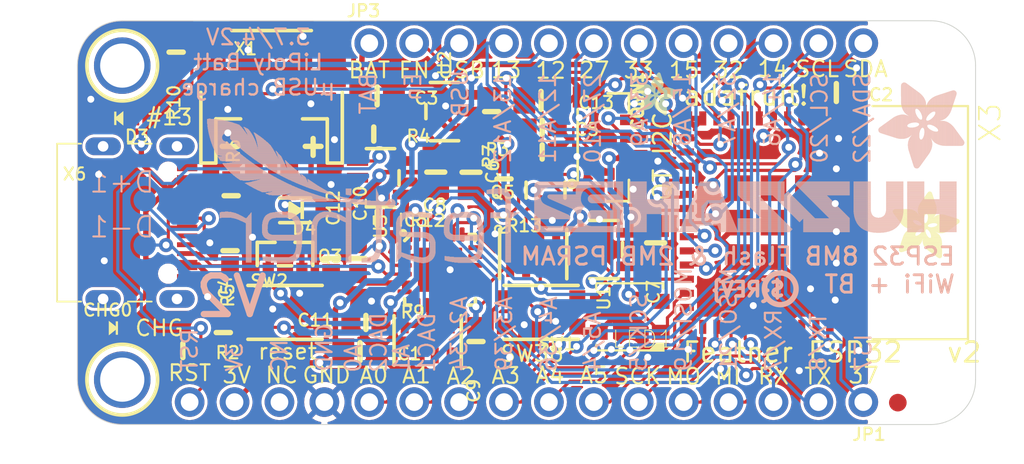
<source format=kicad_pcb>
(kicad_pcb (version 20221018) (generator pcbnew)
  (layers (0 "F.Cu" signal) (31 "B.Cu" signal) (34 "B.Paste" user) (35 "F.Paste" user) (36 "B.SilkS" user "B.Silkscreen") (37 "F.SilkS" user "F.Silkscreen") (38 "B.Mask" user) (39 "F.Mask" user) (44 "Edge.Cuts" user))
  (net 0 "")
  (net 1 "GND")
  (net 2 "VBUS")
  (net 3 "VBAT")
  (net 4 "N$1")
  (net 5 "N$3")
  (net 6 "N$4")
  (net 7 "3.3V")
  (net 8 "GPIO0")
  (net 9 "RXD0")
  (net 10 "TXD0")
  (net 11 "RTS")
  (net 12 "DTR")
  (net 13 "N$12")
  (net 14 "N$13")
  (net 15 "EN")
  (net 16 "A1_DAC1")
  (net 17 "A0_DAC2")
  (net 18 "MOSI")
  (net 19 "A5_IO4")
  (net 20 "SDA")
  (net 21 "SCL")
  (net 22 "IO33_A9")
  (net 23 "IO32_A7")
  (net 24 "IO27_A10")
  (net 25 "MISO")
  (net 26 "SCK")
  (net 27 "A4_I36")
  (net 28 "A3_I39")
  (net 29 "IO13_A12")
  (net 30 "A2_I34")
  (net 31 "A13_I35")
  (net 32 "VHI")
  (net 33 "N$5")
  (net 34 "IO12_A11")
  (net 35 "IO15_A8")
  (net 36 "IO14_A6")
  (net 37 "RX/IO7")
  (net 38 "TX/IO8")
  (net 39 "I37")
  (net 40 "CC1")
  (net 41 "CC2")
  (net 42 "D+")
  (net 43 "D-")
  (net 44 "VBUS_DET")
  (net 45 "~{RESET}")
  (net 46 "NEOI2C_PWR")
  (net 47 "V_NEOI2C")
  (net 48 "N$6")
  (net 49 "3.45V")
  (footprint "working:LED3535" (layer "F.Cu") (at 154.3431 110.3376 180)
    (fp_text reference "LED1")
    (fp_text value "WS2812B3535")
  )
  (footprint "working:RESPACK_4X0603" (layer "F.Cu") (at 142.9131 111.6711)
    (fp_text reference "R9")
    (fp_text value "47K")
  )
  (footprint "working:SOD-123" (layer "F.Cu") (at 135.4201 104.3051 180)
    (fp_text reference "D4")
    (fp_text value "MBR540")
  )
  (footprint "working:0603-NO" (layer "F.Cu") (at 149.3901 101.0031 180)
    (fp_text reference "R3")
    (fp_text value "200K")
  )
  (footprint "working:0603-NO" (layer "F.Cu") (at 139.8651 99.9871)
    (fp_text reference "R4")
    (fp_text value "5.1K")
  )
  (footprint "working:FIDUCIAL_1MM" (layer "F.Cu") (at 134.5311 95.3516 -90)
    (fp_text reference "U$34" hide)
    (fp_text value "FIDUCIAL_1MM" hide)
  )
  (footprint "working:0805-NO" (layer "F.Cu") (at 139.0904 112.3061)
    (fp_text reference "C1")
    (fp_text value "10uF")
  )
  (footprint "working:1X16_ROUND" (layer "F.Cu") (at 148.5011 115.1636 180)
    (fp_text reference "JP1")
    (fp_text value "")
  )
  (footprint "working:MOUNTINGHOLE_2.5_PLATED" (layer "F.Cu") (at 125.6411 96.1136 -90)
    (fp_text reference "U$31" hide)
    (fp_text value "MOUNTINGHOLE2.5" hide)
  )
  (footprint "working:CHIPLED_0603_NOOUTLINE" (layer "F.Cu") (at 125.1331 110.9726 -90)
    (fp_text reference "CHG0")
    (fp_text value "ORANGE")
  )
  (footprint "working:0603-NO" (layer "F.Cu") (at 129.0701 112.2426)
    (fp_text reference "R2")
    (fp_text value "5.1K")
  )
  (footprint "working:SOT23-5" (layer "F.Cu") (at 143.8656 98.7171 90)
    (fp_text reference "U2")
    (fp_text value "AP2112-3.3")
  )
  (footprint "working:0805-NO" (layer "F.Cu") (at 143.3726 102.1426 -90)
    (fp_text reference "C8")
    (fp_text value "10µF")
  )
  (footprint "working:FIDUCIAL_1MM" (layer "F.Cu") (at 169.5033 115.1947 -90)
    (fp_text reference "U$35" hide)
    (fp_text value "FIDUCIAL_1MM" hide)
  )
  (footprint "working:0603-NO" (layer "F.Cu") (at 149.3901 99.6061)
    (fp_text reference "C5")
    (fp_text value "1uF")
  )
  (footprint "working:0805-NO" (layer "F.Cu") (at 140.0556 97.8281)
    (fp_text reference "C3")
    (fp_text value "10µF")
  )
  (footprint "working:SOT363" (layer "F.Cu") (at 149.5806 103.1621 180)
    (fp_text reference "Q5")
    (fp_text value "DUAL NPN")
  )
  (footprint "" (layer "F.Cu") (at 171.3611 113.8936)
    (fp_text reference "@HOLE0" hide)
    (fp_text value "")
  )
  (footprint "working:0603-NO" (layer "F.Cu") (at 147.2311 102.5271 -90)
    (fp_text reference "R1")
    (fp_text value "200K")
  )
  (footprint "working:ADAFRUIT_2.5MM" (layer "F.Cu") (at 154.6479 98.933)
    (fp_text reference "U$14" hide)
    (fp_text value "" hide)
  )
  (footprint "working:1X12_ROUND" (layer "F.Cu") (at 153.5811 94.8436)
    (fp_text reference "JP3")
    (fp_text value "")
  )
  (footprint "working:0805-NO" (layer "F.Cu") (at 155.8036 106.1466 -90)
    (fp_text reference "C7")
    (fp_text value "10µF")
  )
  (footprint "working:CHIPLED_0603_NOOUTLINE" (layer "F.Cu") (at 125.4506 99.0981 90)
    (fp_text reference "D3")
    (fp_text value "RED")
  )
  (footprint "working:SOT23-5" (layer "F.Cu") (at 152.8826 106.5276 -90)
    (fp_text reference "U1")
    (fp_text value "AP2112-3.3")
  )
  (footprint "" (layer "F.Cu") (at 171.3611 96.1136)
    (fp_text reference "@HOLE1" hide)
    (fp_text value "")
  )
  (footprint "working:0603-NO" (layer "F.Cu") (at 131.7371 106.5911 -90)
    (fp_text reference "R5")
    (fp_text value "5.1K")
  )
  (footprint "working:0603-NO" (layer "F.Cu") (at 131.3561 111.2266 90)
    (fp_text reference "C4")
    (fp_text value "1uF")
  )
  (footprint "working:ADAFRUIT_3.5MM" (layer "F.Cu") (at 169.2021 107.0356)
    (fp_text reference "U$15" hide)
    (fp_text value "" hide)
  )
  (footprint "working:0603-NO" (layer "F.Cu") (at 146.5326 98.7171 -90)
    (fp_text reference "R7")
    (fp_text value "100K")
  )
  (footprint "working:0603-NO" (layer "F.Cu") (at 131.8006 103.4796 90)
    (fp_text reference "R6")
    (fp_text value "5.1K")
  )
  (footprint "working:0603-NO" (layer "F.Cu") (at 128.6891 95.3516 -90)
    (fp_text reference "R10")
    (fp_text value "5.1K")
  )
  (footprint "working:0805-NO" (layer "F.Cu") (at 145.3661 102.1511 -90)
    (fp_text reference "C6")
    (fp_text value "10µF")
  )
  (footprint "working:JST_SH4_RA" (layer "F.Cu") (at 152.8826 100.6856 -90)
    (fp_text reference "CONN1")
    (fp_text value "STEMMA_I2C_QTRA")
  )
  (footprint "working:0603-NO" (layer "F.Cu") (at 140.0556 104.7496)
    (fp_text reference "R12")
    (fp_text value "100K")
  )
  (footprint "working:0603-NO" (layer "F.Cu") (at 145.6436 111.7346 -90)
    (fp_text reference "C9")
    (fp_text value "1uF")
  )
  (footprint "working:USB_C_CUSB31-CFM2AX-01-X" (layer "F.Cu") (at 125.7681 105.0036 -90)
    (fp_text reference "X6")
    (fp_text value "USB Type C")
  )
  (footprint "working:0805-NO" (layer "F.Cu") (at 166.0271 97.6376)
    (fp_text reference "C2")
    (fp_text value "10uF")
  )
  (footprint "working:BTN_KMR2_4.6X2.8" (layer "F.Cu") (at 149.3266 110.0836 180)
    (fp_text reference "SW1")
    (fp_text value "KMR2")
  )
  (footprint "working:QFN24_4MM_SMSC" (layer "F.Cu") (at 143.6116 107.6706)
    (fp_text reference "IC3")
    (fp_text value "CP2102N-24")
  )
  (footprint "working:0805-NO" (layer "F.Cu") (at 149.3266 98.0821)
    (fp_text reference "C13")
    (fp_text value "10uF")
  )
  (footprint "working:BTN_KMR2_4.6X2.8" (layer "F.Cu") (at 134.8486 110.0836)
    (fp_text reference "SW2")
    (fp_text value "KMR2")
  )
  (footprint "working:MOUNTINGHOLE_2.5_PLATED" (layer "F.Cu") (at 125.6411 113.8936 -90)
    (fp_text reference "U$32" hide)
    (fp_text value "MOUNTINGHOLE2.5" hide)
  )
  (footprint "working:SOT23-R" (layer "F.Cu") (at 134.8486 106.7816)
    (fp_text reference "Q3")
    (fp_text value "DMG3415U")
  )
  (footprint "working:RESPACK_4X0603" (layer "F.Cu") (at 148.8821 106.7816)
    (fp_text reference "R13")
    (fp_text value "10K")
  )
  (footprint "working:0603-NO" (layer "F.Cu") (at 137.4521 107.0356 90)
    (fp_text reference "C12")
    (fp_text value "0.1uF")
  )
  (footprint "working:0603-NO" (layer "F.Cu") (at 139.4206 110.6551 180)
    (fp_text reference "C11")
    (fp_text value "0.1uF")
  )
  (footprint "working:ESP32-PICO-MINI" (layer "F.Cu") (at 162.4711 105.0036 -90)
    (fp_text reference "X3")
    (fp_text value "ESP32-PICO-MINI-02MINI")
  )
  (footprint "working:SOT23-5" (layer "F.Cu") (at 140.2461 102.4636 -90)
    (fp_text reference "U3")
    (fp_text value "MCP73831T-2ACI/OT")
  )
  (footprint "working:JSTPH2_BATT" (layer "F.Cu") (at 134.0866 97.1296)
    (fp_text reference "X1")
    (fp_text value "JSTPH")
  )
  (footprint "working:0603-NO" (layer "F.Cu") (at 138.9761 107.0356 90)
    (fp_text reference "C10")
    (fp_text value "1uF")
  )
  (footprint "working:B1,27" (layer "B.Cu") (at 126.9111 103.7336 180)
    (fp_text reference "D+1")
    (fp_text value "TPB1,27")
  )
  (footprint "working:B1,27" (layer "B.Cu") (at 126.9111 106.2736 180)
    (fp_text reference "D-1")
    (fp_text value "TPB1,27")
  )
  (footprint "working:HUZZAH32" (layer "B.Cu") (at 172.8216 105.5751 180)
    (fp_text reference "U$43" hide)
    (fp_text value "" hide)
  )
  (footprint "working:ADAFRUIT_5MM" (layer "B.Cu") (at 173.2661 97.0661 -90)
    (fp_text reference "U$7" hide)
    (fp_text value "" hide)
  )
  (footprint "working:PCBFEAT-REV-040" (layer "B.Cu") (at 162.8521 108.7501 180)
    (fp_text reference "U$13" hide)
    (fp_text value "" hide)
  )
  (footprint "working:FEATHERLOGO_MED" (layer "B.Cu") (at 148.2471 107.3531 180)
    (fp_text reference "U$9" hide)
    (fp_text value "" hide)
  )
  (gr_line (start 123.1011 96.1136) (end 123.1011 113.8936) (stroke (width 0.05)) (layer "Edge.Cuts"))
  (gr_arc (start 171.3611 93.5736) (mid 173.157151 94.317549) (end 173.9011 96.1136) (stroke (width 0.05)) (layer "Edge.Cuts"))
  (gr_line (start 173.9011 113.8936) (end 173.9011 96.1136) (stroke (width 0.05)) (layer "Edge.Cuts"))
  (gr_arc (start 125.6411 116.4336) (mid 123.845049 115.689651) (end 123.1011 113.8936) (stroke (width 0.05)) (layer "Edge.Cuts"))
  (gr_line (start 125.6411 116.4336) (end 171.3611 116.4336) (stroke (width 0.05)) (layer "Edge.Cuts"))
  (gr_line (start 171.3611 93.5736) (end 125.6411 93.5736) (stroke (width 0.05)) (layer "Edge.Cuts"))
  (gr_arc (start 173.9011 113.8936) (mid 173.157151 115.689651) (end 171.3611 116.4336) (stroke (width 0.05)) (layer "Edge.Cuts"))
  (gr_arc (start 123.1011 96.1136) (mid 123.845049 94.317549) (end 125.6411 93.5736) (stroke (width 0.05)) (layer "Edge.Cuts"))
  (gr_text "MOSI/19" (at 157.3911 113.5126 -270) (layer "B.SilkS") (effects (font (size 0.89408 0.89408) (thickness 0.12192)) (justify right mirror)))
  (gr_text "15/A8" (at 157.3276 98.5901 -270) (layer "B.SilkS") (effects (font (size 0.89408 0.89408) (thickness 0.12192)) (justify mirror)))
  (gr_text "SDA/22" (at 167.4876 99.0981 -270) (layer "B.SilkS") (effects (font (size 0.89408 0.89408) (thickness 0.12192)) (justify mirror)))
  (gr_text "NC" (at 134.5311 113.5126 -270) (layer "B.SilkS") (effects (font (size 0.89408 0.89408) (thickness 0.12192)) (justify right mirror)))
  (gr_text "V2" (at 134.0231 110.4646) (layer "B.SilkS") (effects (font (size 2.1844 2.1844) (thickness 0.3556)) (justify left bottom mirror)))
  (gr_text "A3/39" (at 147.2311 113.5126 -270) (layer "B.SilkS") (effects (font (size 0.89408 0.89408) (thickness 0.12192)) (justify right mirror)))
  (gr_text "A2/34" (at 144.6911 113.5126 -270) (layer "B.SilkS") (effects (font (size 0.89408 0.89408) (thickness 0.12192)) (justify right mirror)))
  (gr_text "RST" (at 129.4511 113.5126 -270) (layer "B.SilkS") (effects (font (size 0.89408 0.89408) (thickness 0.12192)) (justify right mirror)))
  (gr_text "A1\nDAC1" (at 142.1511 113.5761 -270) (layer "B.SilkS") (effects (font (size 0.89408 0.89408) (thickness 0.12192)) (justify right mirror)))
  (gr_text "A4/36" (at 149.7711 113.5126 -270) (layer "B.SilkS") (effects (font (size 0.89408 0.89408) (thickness 0.12192)) (justify right mirror)))
  (gr_text "3.7/4.2V\nLiPoly Batt\nµUSB charge" (at 133.3246 95.9231) (layer "B.SilkS") (effects (font (size 0.88392 0.88392) (thickness 0.13208)) (justify mirror)))
  (gr_text "SCL/20" (at 165.0746 99.0981 -270) (layer "B.SilkS") (effects (font (size 0.89408 0.89408) (thickness 0.12192)) (justify mirror)))
  (gr_text "RX/7" (at 162.4711 113.5126 -270) (layer "B.SilkS") (effects (font (size 0.89408 0.89408) (thickness 0.12192)) (justify right mirror)))
  (gr_text "BAT" (at 139.5476 97.7011 -270) (layer "B.SilkS") (effects (font (size 0.89408 0.89408) (thickness 0.12192)) (justify mirror)))
  (gr_text "MISO/21" (at 159.9311 113.5126 -270) (layer "B.SilkS") (effects (font (size 0.89408 0.89408) (thickness 0.12192)) (justify right mirror)))
  (gr_text "GND" (at 137.0711 113.5126 -270) (layer "B.SilkS") (effects (font (size 0.89408 0.89408) (thickness 0.12192)) (justify right mirror)))
  (gr_text "12/A11" (at 149.7076 99.0981 -270) (layer "B.SilkS") (effects (font (size 0.89408 0.89408) (thickness 0.12192)) (justify mirror)))
  (gr_text "En" (at 142.0876 97.3201 -270) (layer "B.SilkS") (effects (font (size 0.89408 0.89408) (thickness 0.12192)) (justify mirror)))
  (gr_text "27/A10" (at 152.2476 99.0981 -270) (layer "B.SilkS") (effects (font (size 0.89408 0.89408) (thickness 0.12192)) (justify mirror)))
  (gr_text "I37" (at 167.5511 113.5126 -270) (layer "B.SilkS") (effects (font (size 0.89408 0.89408) (thickness 0.12192)) (justify right mirror)))
  (gr_text "33/A9" (at 154.9146 98.5901 -270) (layer "B.SilkS") (effects (font (size 0.89408 0.89408) (thickness 0.12192)) (justify mirror)))
  (gr_text "TX/8" (at 165.0111 113.5126 -270) (layer "B.SilkS") (effects (font (size 0.89408 0.89408) (thickness 0.12192)) (justify right mirror)))
  (gr_text "SCK/5" (at 154.8511 113.5126 -270) (layer "B.SilkS") (effects (font (size 0.89408 0.89408) (thickness 0.12192)) (justify right mirror)))
  (gr_text "13/A12" (at 147.1676 99.0981 -270) (layer "B.SilkS") (effects (font (size 0.89408 0.89408) (thickness 0.12192)) (justify mirror)))
  (gr_text "ESP32 8MB Flash & 2MB PSRAM\nWiFi + BT" (at 172.8216 109.0676) (layer "B.SilkS") (effects (font (size 0.98298 0.98298) (thickness 0.16002)) (justify left bottom mirror)))
  (gr_text "32/A7" (at 159.8676 98.5901 -270) (layer "B.SilkS") (effects (font (size 0.89408 0.89408) (thickness 0.12192)) (justify mirror)))
  (gr_text "USB" (at 144.7546 97.7011 -270) (layer "B.SilkS") (effects (font (size 0.89408 0.89408) (thickness 0.12192)) (justify mirror)))
  (gr_text "A0\nDAC2" (at 139.4206 113.5761 -270) (layer "B.SilkS") (effects (font (size 0.89408 0.89408) (thickness 0.12192)) (justify right mirror)))
  (gr_text "3V" (at 131.9911 113.5126 -270) (layer "B.SilkS") (effects (font (size 0.89408 0.89408) (thickness 0.12192)) (justify right mirror)))
  (gr_text "14/A6" (at 162.4076 98.5901 -270) (layer "B.SilkS") (effects (font (size 0.89408 0.89408) (thickness 0.12192)) (justify mirror)))
  (gr_text "A5/4" (at 152.2476 113.5126 -270) (layer "B.SilkS") (effects (font (size 0.89408 0.89408) (thickness 0.12192)) (justify right mirror)))
  (gr_text "#13" (at 128.3081 99.0346) (layer "F.SilkS") (effects (font (size 0.89408 0.89408) (thickness 0.12192))))
  (gr_text "SCK" (at 154.7876 113.7031) (layer "F.SilkS") (effects (font (size 0.89408 0.89408) (thickness 0.12192))))
  (gr_text "37" (at 167.5638 113.6523) (layer "F.SilkS") (effects (font (size 0.89408 0.89408) (thickness 0.12192))))
  (gr_text "14" (at 162.433 96.2914) (layer "F.SilkS") (effects (font (size 0.89408 0.89408) (thickness 0.12192))))
  (gr_text "12" (at 149.8727 96.393) (layer "F.SilkS") (effects (font (size 0.89408 0.89408) (thickness 0.12192))))
  (gr_text "SDA" (at 167.6781 96.3041) (layer "F.SilkS") (effects (font (size 0.89408 0.89408) (thickness 0.12192))))
  (gr_text "A1" (at 142.2781 113.6396) (layer "F.SilkS") (effects (font (size 0.89408 0.89408) (thickness 0.12192))))
  (gr_text "RST" (at 129.4511 113.5126) (layer "F.SilkS") (effects (font (size 0.89408 0.89408) (thickness 0.12192))))
  (gr_text "MO" (at 157.3911 113.7158) (layer "F.SilkS") (effects (font (size 0.89408 0.89408) (thickness 0.12192))))
  (gr_text "A2" (at 144.7927 113.6904) (layer "F.SilkS") (effects (font (size 0.89408 0.89408) (thickness 0.12192))))
  (gr_text "A0" (at 139.8651 113.6396) (layer "F.SilkS") (effects (font (size 0.89408 0.89408) (thickness 0.12192))))
  (gr_text "BAT" (at 139.6111 96.3676) (layer "F.SilkS") (effects (font (size 0.89408 0.89408) (thickness 0.12192))))
  (gr_text "EN" (at 142.1511 96.3676) (layer "F.SilkS") (effects (font (size 0.89408 0.89408) (thickness 0.12192))))
  (gr_text "GND" (at 137.1981 113.6396) (layer "F.SilkS") (effects (font (size 0.89408 0.89408) (thickness 0.12192))))
  (gr_text "MI" (at 159.893 113.7158) (layer "F.SilkS") (effects (font (size 0.89408 0.89408) (thickness 0.12192))))
  (gr_text "15" (at 157.4165 96.3676) (layer "F.SilkS") (effects (font (size 0.89408 0.89408) (thickness 0.12192))))
  (gr_text "A4" (at 149.8346 113.6396) (layer "F.SilkS") (effects (font (size 0.89408 0.89408) (thickness 0.12192))))
  (gr_text "3V" (at 132.1181 113.6396) (layer "F.SilkS") (effects (font (size 0.89408 0.89408) (thickness 0.12192))))
  (gr_text "33" (at 154.8511 96.3803) (layer "F.SilkS") (effects (font (size 0.89408 0.89408) (thickness 0.12192))))
  (gr_text "27" (at 152.3365 96.3676) (layer "F.SilkS") (effects (font (size 0.89408 0.89408) (thickness 0.12192))))
  (gr_text "CHG" (at 127.7366 110.9726) (layer "F.SilkS") (effects (font (size 0.89408 0.89408) (thickness 0.12192))))
  (gr_text "SCL" (at 164.9476 96.3041) (layer "F.SilkS") (effects (font (size 0.89408 0.89408) (thickness 0.12192))))
  (gr_text "SW38" (at 148.8313 112.4204) (layer "F.SilkS") (effects (font (size 0.89408 0.89408) (thickness 0.12192))))
  (gr_text "TX" (at 164.9857 113.7031) (layer "F.SilkS") (effects (font (size 0.89408 0.89408) (thickness 0.12192))))
  (gr_text "Feather ESP32   v2" (at 165.7858 112.3442) (layer "F.SilkS") (effects (font (size 1.1176 1.1176) (thickness 0.1524))))
  (gr_text "13" (at 147.3581 96.3676) (layer "F.SilkS") (effects (font (size 0.89408 0.89408) (thickness 0.12192))))
  (gr_text "QT I2C" (at 156.1973 101.2571 90) (layer "F.SilkS") (effects (font (size 1.00584 1.00584) (thickness 0.13716))))
  (gr_text "NC" (at 134.6581 113.6396) (layer "F.SilkS") (effects (font (size 0.89408 0.89408) (thickness 0.12192))))
  (gr_text "A5" (at 152.3111 113.6396) (layer "F.SilkS") (effects (font (size 0.89408 0.89408) (thickness 0.12192))))
  (gr_text "USB" (at 144.8181 96.3676) (layer "F.SilkS") (effects (font (size 0.89408 0.89408) (thickness 0.12192))))
  (gr_text "adafruit!" (at 157.2641 98.4631) (layer "F.SilkS") (effects (font (size 1.1176 1.1176) (thickness 0.1524)) (justify left bottom)))
  (gr_text "reset" (at 134.9883 112.2934) (layer "F.SilkS") (effects (font (size 0.89408 0.89408) (thickness 0.12192))))
  (gr_text "32" (at 159.9311 96.3676) (layer "F.SilkS") (effects (font (size 0.89408 0.89408) (thickness 0.12192))))
  (gr_text "A3" (at 147.3327 113.665) (layer "F.SilkS") (effects (font (size 0.89408 0.89408) (thickness 0.12192))))
  (gr_text "RX" (at 162.4711 113.7031) (layer "F.SilkS") (effects (font (size 0.89408 0.89408) (thickness 0.12192))))
  (segment (start 136.4996 108.8846) (end 136.4996 106.1856) (width 0.3048) (layer "F.Cu") (net 1))
  (segment (start 167.3711 110.9036) (end 167.3711 109.8036) (width 0.3048) (layer "F.Cu") (net 1))
  (segment (start 152.0204 103.4856) (end 152.8191 104.2843) (width 0.3048) (layer "F.Cu") (net 1))
  (segment (start 167.4211 110.9536) (end 167.3711 110.9036) (width 0.3048) (layer "F.Cu") (net 1))
  (segment (start 141.6116 106.9206) (end 142.8616 106.9206) (width 0.3048) (layer "F.Cu") (net 1))
  (segment (start 159.8665 103.7082) (end 158.6611 103.7082) (width 0.3048) (layer "F.Cu") (net 1))
  (segment (start 132.5399 103.468325) (end 132.5399 103.5903) (width 0.3048) (layer "F.Cu") (net 1))
  (segment (start 157.8233 101.8036) (end 158.2801 102.2604) (width 0.254) (layer "F.Cu") (net 1))
  (segment (start 139.2056 104.2026) (end 139.3894 104.0188) (width 0.3048) (layer "F.Cu") (net 1))
  (segment (start 145.3661 103.2656) (end 146.4691 104.3686) (width 0.3048) (layer "F.Cu") (net 1))
  (segment (start 158.6611 103.7082) (end 158.2801 103.3272) (width 0.254) (layer "F.Cu") (net 1))
  (segment (start 156.021068 101.611132) (end 155.4226 102.2096) (width 0.3048) (layer "F.Cu") (net 1))
  (segment (start 154.3431 97.4471) (end 153.8351 97.9551) (width 0.3048) (layer "F.Cu") (net 1))
  (segment (start 129.3131 108.2036) (end 129.4761 108.2036) (width 0.3048) (layer "F.Cu") (net 1))
  (segment (start 167.4211 100.1536) (end 167.3711 100.2036) (width 0.3048) (layer "F.Cu") (net 1))
  (segment (start 153.0096 106.5276) (end 154.9171 106.5276) (width 0.3048) (layer "F.Cu") (net 1))
  (segment (start 167.4211 99.0536) (end 167.4211 100.1536) (width 0.3048) (layer "F.Cu") (net 1))
  (segment (start 146.4691 104.3686) (end 146.4691 105.3846) (width 0.3048) (layer "F.Cu") (net 1))
  (segment (start 142.8616 106.9206) (end 143.6116 107.6706) (width 0.3048) (layer "F.Cu") (net 1))
  (segment (start 155.4861 107.0966) (end 154.9171 106.5276) (width 0.3048) (layer "F.Cu") (net 1))
  (segment (start 145.6436 112.5846) (end 145.4522 113.284) (width 0.3048) (layer "F.Cu") (net 1))
  (segment (start 140.0404 112.1249) (end 140.0404 112.3061) (width 0.3048) (layer "F.Cu") (net 1))
  (segment (start 152.0204 97.8856) (end 152.3111 98.1763) (width 0.3048) (layer "F.Cu") (net 1))
  (segment (start 133.0866 102.921625) (end 132.5399 103.468325) (width 0.3048) (layer "F.Cu") (net 1))
  (segment (start 158.2166 110.1471) (end 158.5341 110.1471) (width 0.1778) (layer "F.Cu") (net 1))
  (segment (start 166.4711 99.1036) (end 166.5211 99.0536) (width 0.3048) (layer "F.Cu") (net 1))
  (segment (start 157.5711 101.8036) (end 157.8987 101.8036) (width 0.3048) (layer "F.Cu") (net 1))
  (segment (start 152.0204 97.8856) (end 152.0899 97.9551) (width 0.3048) (layer "F.Cu") (net 1))
  (segment (start 151.3766 110.8836) (end 151.7056 111.2126) (width 0.3048) (layer "F.Cu") (net 1))
  (segment (start 139.2056 105.5116) (end 138.5316 106.1856) (width 0.3048) (layer "F.Cu") (net 1))
  (segment (start 145.3661 103.1011) (end 145.3661 103.2656) (width 0.3048) (layer "F.Cu") (net 1))
  (segment (start 139.3894 104.0188) (end 139.682775 104.0188) (width 0.3048) (layer "F.Cu") (net 1))
  (segment (start 153.8351 97.9551) (end 152.0899 97.9551) (width 0.3048) (layer "F.Cu") (net 1))
  (segment (start 152.3111 98.1763) (end 152.3111 98.8441) (width 0.3048) (layer "F.Cu") (net 1))
  (segment (start 137.4521 106.1856) (end 138.5316 106.1856) (width 0.3048) (layer "F.Cu") (net 1))
  (segment (start 137.4521 106.1856) (end 136.4996 106.1856) (width 0.3048) (layer "F.Cu") (net 1))
  (segment (start 129.4761 108.2036) (end 130.4671 109.1946) (width 0.3048) (layer "F.Cu") (net 1))
  (segment (start 151.5825 106.5276) (end 153.0096 106.5276) (width 0.3048) (layer "F.Cu") (net 1))
  (segment (start 167.4211 99.0536) (end 166.9771 98.6096) (width 0.3048) (layer "F.Cu") (net 1))
  (segment (start 158.4711 99.1036) (end 157.5711 99.1036) (width 0.3048) (layer "F.Cu") (net 1))
  (segment (start 141.0056 97.8281) (end 141.5771 98.3996) (width 0.3048) (layer "F.Cu") (net 1))
  (segment (start 140.8811 102.7176) (end 142.9976 102.7176) (width 0.3048) (layer "F.Cu") (net 1))
  (segment (start 157.5711 101.8036) (end 156.9851 101.8036) (width 0.3048) (layer "F.Cu") (net 1))
  (segment (start 160.5211 103.0536) (end 159.8665 103.7082) (width 0.3048) (layer "F.Cu") (net 1))
  (segment (start 158.2801 102.2604) (end 158.2801 103.3272) (width 0.254) (layer "F.Cu") (net 1))
  (segment (start 157.8987 101.8036) (end 158.55315 101.14915) (width 0.3048) (layer "F.Cu") (net 1))
  (segment (start 142.9976 102.7176) (end 143.3726 103.0926) (width 0.3048) (layer "F.Cu") (net 1))
  (segment (start 151.1986 97.8856) (end 152.0204 97.8856) (width 0.3048) (layer "F.Cu") (net 1))
  (segment (start 156.9851 101.8036) (end 156.792631 101.611132) (width 0.3048) (layer "F.Cu") (net 1))
  (segment (start 156.792631 101.611132) (end 156.021068 101.611132) (width 0.3048) (layer "F.Cu") (net 1))
  (segment (start 138.5706 110.6551) (end 140.0404 112.1249) (width 0.3048) (layer "F.Cu") (net 1))
  (segment (start 137.4521 106.1856) (end 138.9761 106.1856) (width 0.3048) (layer "F.Cu") (net 1))
  (segment (start 155.4226 102.2096) (end 154.5926 102.2096) (width 0.3048) (layer "F.Cu") (net 1))
  (segment (start 157.5711 101.8036) (end 157.8233 101.8036) (width 0.254) (layer "F.Cu") (net 1))
  (segment (start 139.2056 104.7496) (end 139.2056 105.5116) (width 0.3048) (layer "F.Cu") (net 1))
  (segment (start 166.5211 99.0536) (end 167.4211 99.0536) (width 0.3048) (layer "F.Cu") (net 1))
  (segment (start 138.5706 110.6551) (end 138.5706 110.6161) (width 0.3048) (layer "F.Cu") (net 1))
  (segment (start 157.5711 99.1036) (end 157.5211 99.0536) (width 0.3048) (layer "F.Cu") (net 1))
  (segment (start 155.3591 97.5741) (end 155.2321 97.4471) (width 0.3048) (layer "F.Cu") (net 1))
  (segment (start 151.7056 111.2126) (end 152.5931 111.2126) (width 0.3048) (layer "F.Cu") (net 1))
  (segment (start 146.4691 105.3846) (end 146.7231 105.6386) (width 0.3048) (layer "F.Cu") (net 1))
  (segment (start 133.0866 100.8296) (end 133.0866 102.921625) (width 0.3048) (layer "F.Cu") (net 1))
  (segment (start 150.2401 98.8441) (end 150.2401 99.6061) (width 0.3048) (layer "F.Cu") (net 1))
  (segment (start 152.8191 106.3371) (end 153.0096 106.5276) (width 0.3048) (layer "F.Cu") (net 1))
  (segment (start 157.5211 110.9536) (end 157.5211 110.8426) (width 0.1778) (layer "F.Cu") (net 1))
  (segment (start 140.2461 103.8606) (end 140.2461 103.3526) (width 0.3048) (layer "F.Cu") (net 1))
  (segment (start 166.9771 98.6096) (end 166.9771 97.6376) (width 0.3048) (layer "F.Cu") (net 1))
  (segment (start 154.5926 102.2096) (end 154.5686 102.1856) (width 0.3048) (layer "F.Cu") (net 1))
  (segment (start 132.5399 103.5903) (end 131.8006 104.3296) (width 0.3048) (layer "F.Cu") (net 1))
  (segment (start 136.4996 108.8846) (end 136.8986 109.2836) (width 0.3048) (layer "F.Cu") (net 1))
  (segment (start 136.8986 109.2836) (end 137.3686 108.8136) (width 0.3048) (layer "F.Cu") (net 1))
  (segment (start 152.8191 104.2843) (end 152.8191 106.3371) (width 0.3048) (layer "F.Cu") (net 1))
  (segment (start 137.3686 108.8136) (end 138.1459 108.8136) (width 0.3048) (layer "F.Cu") (net 1))
  (segment (start 139.682775 104.0188) (end 139.840975 103.8606) (width 0.3048) (layer "F.Cu") (net 1))
  (segment (start 138.5706 110.6161) (end 139.7381 109.4486) (width 0.3048) (layer "F.Cu") (net 1))
  (segment (start 141.5771 98.3996) (end 143.9291 98.3996) (width 0.3048) (layer "F.Cu") (net 1))
  (segment (start 155.4861 107.0966) (end 155.8036 107.0966) (width 0.3048) (layer "F.Cu") (net 1))
  (segment (start 155.2321 97.4471) (end 154.3431 97.4471) (width 0.3048) (layer "F.Cu") (net 1))
  (segment (start 140.2461 103.3526) (end 140.8811 102.7176) (width 0.3048) (layer "F.Cu") (net 1))
  (segment (start 139.2056 104.7496) (end 139.2056 104.2026) (width 0.3048) (layer "F.Cu") (net 1))
  (segment (start 139.840975 103.8606) (end 140.2461 103.8606) (width 0.3048) (layer "F.Cu") (net 1))
  (segment (start 151.1986 97.8856) (end 150.2401 98.8441) (width 0.3048) (layer "F.Cu") (net 1))
  (segment (start 157.5211 110.8426) (end 158.2166 110.1471) (width 0.1778) (layer "F.Cu") (net 1))
  (via (at 136.3091 98.2726) (size 0.8001) (drill 0.3937) (layers "F.Cu" "B.Cu") (net 1))
  (via (at 134.1501 109.8931) (size 0.8001) (drill 0.3937) (layers "F.Cu" "B.Cu") (net 1))
  (via (at 154.5336 103.1113) (size 0.8001) (drill 0.3937) (layers "F.Cu" "B.Cu") (net 1))
  (via (at 131.6101 99.9236) (size 0.8001) (drill 0.3937) (layers "F.Cu" "B.Cu") (net 1))
  (via (at 166.0271 101.9556) (size 0.8001) (drill 0.3937) (layers "F.Cu" "B.Cu") (net 1))
  (via (at 135.8646 94.4626) (size 0.8001) (drill 0.3937) (layers "F.Cu" "B.Cu") (net 1))
  (via (at 149.9616 104.8766) (size 0.8001) (drill 0.3937) (layers "F.Cu" "B.Cu") (net 1))
  (via (at 167.1701 96.2406) (size 0.8001) (drill 0.3937) (layers "F.Cu" "B.Cu") (net 1))
  (via (at 137.6426 100.3046) (size 0.8001) (drill 0.3937) (layers "F.Cu" "B.Cu") (net 1))
  (via (at 144.1831 107.6706) (size 0.8001) (drill 0.3937) (layers "F.Cu" "B.Cu") (net 1))
  (via (at 137.4521 102.8446) (size 0.8001) (drill 0.3937) (layers "F.Cu" "B.Cu") (net 1))
  (via (at 130.5941 106.1466) (size 0.8001) (drill 0.3937) (layers "F.Cu" "B.Cu") (net 1))
  (via (at 165.0746 101.0666) (size 0.8001) (drill 0.3937) (layers "F.Cu" "B.Cu") (net 1))
  (via (at 166.0271 105.5116) (size 0.8001) (drill 0.3937) (layers "F.Cu" "B.Cu") (net 1))
  (via (at 131.6101 98.5901) (size 0.8001) (drill 0.3937) (layers "F.Cu" "B.Cu") (net 1))
  (via (at 152.6286 104.8131) (size 0.8001) (drill 0.3937) (layers "F.Cu" "B.Cu") (net 1))
  (via (at 139.7381 109.4486) (size 0.8001) (drill 0.3937) (layers "F.Cu" "B.Cu") (net 1))
  (via (at 143.9291 98.3996) (size 0.8001) (drill 0.3937) (layers "F.Cu" "B.Cu") (net 1))
  (via (at 130.4671 109.1946) (size 0.8001) (drill 0.3937) (layers "F.Cu" "B.Cu") (net 1))
  (via (at 165.9636 103.9241) (size 0.8001) (drill 0.3937) (layers "F.Cu" "B.Cu") (net 1))
  (via (at 147.5486 112.6236) (size 0.8001) (drill 0.3937) (layers "F.Cu" "B.Cu") (net 1))
  (via (at 150.1521 110.5916) (size 0.8001) (drill 0.3937) (layers "F.Cu" "B.Cu") (net 1))
  (via (at 166.0271 107.2896) (size 0.8001) (drill 0.3937) (layers "F.Cu" "B.Cu") (net 1))
  (via (at 157.3276 97.9551) (size 0.8001) (drill 0.3937) (layers "F.Cu" "B.Cu") (net 1))
  (via (at 143.3576 96.6851) (size 0.8001) (drill 0.3937) (layers "F.Cu" "B.Cu") (net 1))
  (via (at 148.3741 110.7821) (size 0.8001) (drill 0.3937) (layers "F.Cu" "B.Cu") (net 1))
  (via (at 166.1541 100.2411) (size 0.8001) (drill 0.3937) (layers "F.Cu" "B.Cu") (net 1))
  (via (at 161.3281 109.7026) (size 0.8001) (drill 0.3937) (layers "F.Cu" "B.Cu") (net 1))
  (via (at 155.9306 101.5238) (size 0.8001) (drill 0.3937) (layers "F.Cu" "B.Cu") (net 1))
  (via (at 157.6451 112.1791) (size 0.8001) (drill 0.3937) (layers "F.Cu" "B.Cu") (net 1))
  (via (at 155.3591 112.6236) (size 0.8001) (drill 0.3937) (layers "F.Cu" "B.Cu") (net 1))
  (via (at 124.6251 107.1626) (size 0.8001) (drill 0.3937) (layers "F.Cu" "B.Cu") (net 1))
  (via (at 146.7231 105.6386) (size 0.8001) (drill 0.3937) (layers "F.Cu" "B.Cu") (net 1))
  (via (at 163.9316 113.3856) (size 0.8001) (drill 0.3937) (layers "F.Cu" "B.Cu") (net 1))
  (via (at 155.3591 97.5741) (size 0.8001) (drill 0.3937) (layers "F.Cu" "B.Cu") (net 1))
  (via (at 132.7531 95.2246) (size 0.8001) (drill 0.3937) (layers "F.Cu" "B.Cu") (net 1))
  (via (at 140.3096 103.6066) (size 0.8001) (drill 0.3937) (layers "F.Cu" "B.Cu") (net 1))
  (via (at 124.3076 102.2731) (size 0.8001) (drill 0.3937) (layers "F.Cu" "B.Cu") (net 1))
  (via (at 135.6741 109.0041) (size 0.8001) (drill 0.3937) (layers "F.Cu" "B.Cu") (net 1))
  (via (at 133.0071 105.8291) (size 0.8001) (drill 0.3937) (layers "F.Cu" "B.Cu") (net 1))
  (via (at 167.2971 112.2426) (size 0.8001) (drill 0.3937) (layers "F.Cu" "B.Cu") (net 1))
  (via (at 151.3586 101.2571) (size 0.8001) (drill 0.3937) (layers "F.Cu" "B.Cu") (net 1))
  (via (at 165.9636 109.3851) (size 0.8001) (drill 0.3937) (layers "F.Cu" "B.Cu") (net 1))
  (via (at 164.5666 108.7501) (size 0.8001) (drill 0.3937) (layers "F.Cu" "B.Cu") (net 1))
  (via (at 123.8631 98.0186) (size 0.8001) (drill 0.3937) (layers "F.Cu" "B.Cu") (net 1))
  (segment (start 125.8951 110.2106) (end 126.9746 109.1311) (width 0.3048) (layer "F.Cu") (net 2))
  (segment (start 141.7066 104.3051) (end 141.7066 103.574) (width 0.3048) (layer "F.Cu") (net 2))
  (segment (start 141.7066 104.3051) (end 142.2146 104.3051) (width 0.3048) (layer "F.Cu") (net 2))
  (segment (start 125.1451 110.2106) (end 125.8951 110.2106) (width 0.3048) (layer "F.Cu") (net 2))
  (segment (start 133.8986 107.7816) (end 133.3111 108.3691) (width 0.3048) (layer "F.Cu") (net 2))
  (segment (start 130.9116 108.3691) (end 133.3111 108.3691) (width 0.3048) (layer "F.Cu") (net 2))
  (segment (start 140.9056 104.7496) (end 141.3501 104.3051) (width 0.3048) (layer "F.Cu") (net 2))
  (segment (start 140.2706 110.6551) (end 140.7151 110.2106) (width 0.3048) (layer "F.Cu") (net 2))
  (segment (start 126.7206 100.5586) (end 126.7206 101.6381) (width 0.3048) (layer "F.Cu") (net 2))
  (segment (start 128.202528 103.120029) (end 127.080556 104.242) (width 0.3048) (layer "F.Cu") (net 2))
  (segment (start 126.9746 107.1622) (end 128.541056 107.1622) (width 0.3048) (layer "F.Cu") (net 2))
  (segment (start 141.6131 110.2106) (end 141.9306 110.2106) (width 0.3048) (layer "F.Cu") (net 2))
  (segment (start 126.9746 107.5436) (end 126.9742 107.5432) (width 0.3048) (layer "F.Cu") (net 2))
  (segment (start 133.5701 104.3051) (end 133.8986 104.6336) (width 0.3048) (layer "F.Cu") (net 2))
  (segment (start 140.7151 110.2106) (end 141.6131 110.2106) (width 0.3048) (layer "F.Cu") (net 2))
  (segment (start 133.3111 108.3691) (end 133.9596 108.3691) (width 0.3048) (layer "F.Cu") (net 2))
  (segment (start 142.3616 109.6706) (end 141.9306 110.1016) (width 0.3048) (layer "F.Cu") (net 2))
  (segment (start 129.3131 102.6036) (end 128.718956 102.6036) (width 0.3048) (layer "F.Cu") (net 2))
  (segment (start 140.8176 110.1081) (end 140.8176 109.5121) (width 0.3048) (layer "F.Cu") (net 2))
  (segment (start 124.3831 110.9726) (end 125.1451 110.2106) (width 0.3048) (layer "F.Cu") (net 2))
  (segment (start 126.9746 104.242) (end 126.9746 107.1622) (width 0.3048) (layer "F.Cu") (net 2))
  (segment (start 140.2706 110.6551) (end 140.8176 110.1081) (width 0.3048) (layer "F.Cu") (net 2))
  (segment (start 126.7206 101.6381) (end 128.202528 103.120029) (width 0.3048) (layer "F.Cu") (net 2))
  (segment (start 141.6131 110.2106) (end 141.6131 110.8211) (width 0.3048) (layer "F.Cu") (net 2))
  (segment (start 133.9596 108.3691) (end 134.5946 109.0041) (width 0.3048) (layer "F.Cu") (net 2))
  (segment (start 129.9461 107.4036) (end 130.9116 108.3691) (width 0.3048) (layer "F.Cu") (net 2))
  (segment (start 141.7066 103.574) (end 141.5462 103.4136) (width 0.3048) (layer "F.Cu") (net 2))
  (segment (start 128.541056 107.1622) (end 128.782456 107.4036) (width 0.3048) (layer "F.Cu") (net 2))
  (segment (start 127.080556 104.242) (end 126.9746 104.242) (width 0.3048) (layer "F.Cu") (net 2))
  (segment (start 126.9742 107.1622) (end 126.9746 107.1622) (width 0.3048) (layer "F.Cu") (net 2))
  (segment (start 128.782456 107.4036) (end 129.3131 107.4036) (width 0.3048) (layer "F.Cu") (net 2))
  (segment (start 141.3501 104.3051) (end 141.7066 104.3051) (width 0.3048) (layer "F.Cu") (net 2))
  (segment (start 126.9746 109.1311) (end 126.9746 107.5436) (width 0.3048) (layer "F.Cu") (net 2))
  (segment (start 126.9742 107.1622) (end 126.9742 107.5432) (width 0.3048) (layer "F.Cu") (net 2))
  (segment (start 129.3131 107.4036) (end 129.9461 107.4036) (width 0.3048) (layer "F.Cu") (net 2))
  (segment (start 142.5131 110.8211) (end 141.6131 110.8211) (width 0.3048) (layer "F.Cu") (net 2))
  (segment (start 133.8986 104.6336) (end 133.8986 107.7816) (width 0.3048) (layer "F.Cu") (net 2))
  (segment (start 141.9306 110.1016) (end 141.9306 110.2106) (width 0.3048) (layer "F.Cu") (net 2))
  (segment (start 128.718956 102.6036) (end 128.202528 103.120029) (width 0.3048) (layer "F.Cu") (net 2))
  (via (at 126.7206 100.5586) (size 0.8001) (drill 0.3937) (layers "F.Cu" "B.Cu") (net 2))
  (via (at 140.8176 109.5121) (size 0.8001) (drill 0.3937) (layers "F.Cu" "B.Cu") (net 2))
  (via (at 142.2146 104.3051) (size 0.8001) (drill 0.3937) (layers "F.Cu" "B.Cu") (net 2))
  (via (at 134.5946 109.0041) (size 0.8001) (drill 0.3937) (layers "F.Cu" "B.Cu") (net 2))
  (segment (start 130.3401 96.0501) (end 126.7206 99.6696) (width 0.3048) (layer "B.Cu") (net 2))
  (segment (start 144.6911 94.8436) (end 144.1831 94.8436) (width 0.3048) (layer "B.Cu") (net 2))
  (segment (start 142.2781 108.1786) (end 140.9446 109.5121) (width 0.3048) (layer "B.Cu") (net 2))
  (segment (start 142.2781 104.3686) (end 142.2781 108.1786) (width 0.3048) (layer "B.Cu") (net 2))
  (segment (start 142.9766 96.0501) (end 130.3401 96.0501) (width 0.3048) (layer "B.Cu") (net 2))
  (segment (start 142.2146 104.3051) (end 142.2781 104.3686) (width 0.3048) (layer "B.Cu") (net 2))
  (segment (start 140.4366 110.7186) (end 140.8176 110.3376) (width 0.3048) (layer "B.Cu") (net 2))
  (segment (start 140.8176 109.5121) (end 140.9446 109.5121) (width 0.3048) (layer "B.Cu") (net 2))
  (segment (start 136.3091 110.7186) (end 140.4366 110.7186) (width 0.3048) (layer "B.Cu") (net 2))
  (segment (start 126.7206 99.6696) (end 126.7206 100.5586) (width 0.3048) (layer "B.Cu") (net 2))
  (segment (start 144.1831 94.8436) (end 142.9766 96.0501) (width 0.3048) (layer "B.Cu") (net 2))
  (segment (start 134.5946 109.0041) (end 136.3091 110.7186) (width 0.3048) (layer "B.Cu") (net 2))
  (segment (start 140.8176 109.5121) (end 140.8176 110.3376) (width 0.3048) (layer "B.Cu") (net 2))
  (segment (start 139.1056 97.8281) (end 139.221215 95.233485) (width 0.3048) (layer "F.Cu") (net 3))
  (segment (start 135.0866 100.8296) (end 137.87205 98.04415) (width 0.3048) (layer "F.Cu") (net 3))
  (segment (start 139.221215 95.233485) (end 139.6111 94.8436) (width 0.3048) (layer "F.Cu") (net 3))
  (segment (start 135.0866 100.8296) (end 134.8486 101.0676) (width 0.3048) (layer "F.Cu") (net 3))
  (segment (start 137.87205 98.04415) (end 139.1056 97.8281) (width 0.3048) (layer "F.Cu") (net 3))
  (segment (start 146.2786 102.1461) (end 140.3731 102.1461) (width 0.254) (layer "F.Cu") (net 3))
  (segment (start 140.1826 102.3366) (end 140.1826 102.6541) (width 0.3048) (layer "F.Cu") (net 3))
  (segment (start 139.5476 103.2891) (end 138.946 103.2891) (width 0.3048) (layer "F.Cu") (net 3))
  (segment (start 140.1826 102.6541) (end 139.5476 103.2891) (width 0.3048) (layer "F.Cu") (net 3))
  (segment (start 140.3731 102.1461) (end 140.1826 102.3366) (width 0.254) (layer "F.Cu") (net 3))
  (segment (start 134.8486 101.0676) (end 134.8486 103.9876) (width 0.3048) (layer "F.Cu") (net 3))
  (segment (start 134.8486 103.9876) (end 134.8486 105.7816) (width 0.3048) (layer "F.Cu") (net 3))
  (segment (start 147.2311 103.3771) (end 147.2311 103.0986) (width 0.1778) (layer "F.Cu") (net 3))
  (segment (start 138.946 103.2891) (end 138.946 103.4136) (width 0.3048) (layer "F.Cu") (net 3))
  (segment (start 147.2311 103.0986) (end 146.2786 102.1461) (width 0.1778) (layer "F.Cu") (net 3))
  (via (at 134.8486 103.9876) (size 0.8001) (drill 0.3937) (layers "F.Cu" "B.Cu") (net 3))
  (via (at 140.1826 102.3366) (size 0.8001) (drill 0.3937) (layers "F.Cu" "B.Cu") (net 3))
  (segment (start 140.1826 102.3366) (end 138.5316 103.9876) (width 0.3048) (layer "B.Cu") (net 3))
  (segment (start 138.5316 103.9876) (end 134.8486 103.9876) (width 0.3048) (layer "B.Cu") (net 3))
  (segment (start 126.9501 110.9726) (end 128.2201 112.2426) (width 0.1778) (layer "F.Cu") (net 4))
  (segment (start 125.8831 110.9726) (end 126.9501 110.9726) (width 0.1778) (layer "F.Cu") (net 4))
  (segment (start 130.0861 110.9726) (end 130.0861 112.0766) (width 0.1778) (layer "F.Cu") (net 5))
  (segment (start 140.1826 101.2571) (end 139.9261 101.5136) (width 0.1778) (layer "F.Cu") (net 5))
  (segment (start 139.9261 101.5136) (end 138.946 101.5136) (width 0.1778) (layer "F.Cu") (net 5))
  (segment (start 130.0861 112.0766) (end 129.9201 112.2426) (width 0.1778) (layer "F.Cu") (net 5))
  (via (at 130.0861 110.9726) (size 0.8001) (drill 0.3937) (layers "F.Cu" "B.Cu") (net 5))
  (via (at 140.1826 101.2571) (size 0.8001) (drill 0.3937) (layers "F.Cu" "B.Cu") (net 5))
  (segment (start 125.3871 103.2891) (end 125.3871 107.7341) (width 0.1778) (layer "B.Cu") (net 5))
  (segment (start 140.1826 101.3841) (end 139.6111 101.9556) (width 0.1778) (layer "B.Cu") (net 5))
  (segment (start 125.3871 107.7341) (end 126.7206 109.0676) (width 0.1778) (layer "B.Cu") (net 5))
  (segment (start 127.9275 102.7815) (end 128.514756 102.7815) (width 0.1778) (layer "B.Cu") (net 5))
  (segment (start 139.6111 101.9556) (end 129.340656 101.9556) (width 0.1778) (layer "B.Cu") (net 5))
  (segment (start 126.7206 110.0201) (end 127.6731 110.9726) (width 0.1778) (layer "B.Cu") (net 5))
  (segment (start 127.6731 110.9726) (end 130.0861 110.9726) (width 0.1778) (layer "B.Cu") (net 5))
  (segment (start 128.514756 102.7815) (end 129.340656 101.9556) (width 0.1778) (layer "B.Cu") (net 5))
  (segment (start 140.1826 101.2571) (end 140.1826 101.3841) (width 0.1778) (layer "B.Cu") (net 5))
  (segment (start 125.3871 103.2891) (end 126.5301 102.1461) (width 0.1778) (layer "B.Cu") (net 5))
  (segment (start 127.2921 102.1461) (end 127.9275 102.7815) (width 0.1778) (layer "B.Cu") (net 5))
  (segment (start 126.7206 109.0676) (end 126.7206 110.0201) (width 0.1778) (layer "B.Cu") (net 5))
  (segment (start 126.5301 102.1461) (end 127.2921 102.1461) (width 0.1778) (layer "B.Cu") (net 5))
  (segment (start 140.9056 99.9871) (end 140.7151 99.9871) (width 0.1778) (layer "F.Cu") (net 6))
  (segment (start 141.0326 100.1141) (end 141.0326 101) (width 0.1778) (layer "F.Cu") (net 6))
  (segment (start 141.5462 101.5136) (end 141.0326 101) (width 0.1778) (layer "F.Cu") (net 6))
  (segment (start 141.0326 100.1141) (end 140.9056 99.9871) (width 0.1778) (layer "F.Cu") (net 6))
  (segment (start 145.5801 110.8211) (end 145.6436 110.8846) (width 0.3048) (layer "F.Cu") (net 7))
  (segment (start 148.2471 96.0501) (end 145.9611 96.0501) (width 0.3048) (layer "F.Cu") (net 7))
  (segment (start 137.9601 109.54385) (end 138.007725 109.591475) (width 0.3048) (layer "F.Cu") (net 7))
  (segment (start 147.5821 107.6316) (end 147.2011 107.6316) (width 0.1778) (layer "F.Cu") (net 7))
  (segment (start 146.2786 109.3216) (end 145.8341 109.7661) (width 0.1778) (layer "F.Cu") (net 7))
  (segment (start 145.6436 110.8846) (end 145.6436 109.7661) (width 0.3048) (layer "F.Cu") (net 7))
  (segment (start 142.0241 100.2085) (end 142.5655 99.6671) (width 0.3048) (layer "F.Cu") (net 7))
  (segment (start 146.2786 108.5541) (end 146.2786 109.3216) (width 0.1778) (layer "F.Cu") (net 7))
  (segment (start 145.3896 96.8121) (end 145.3896 96.6216) (width 0.3048) (layer "F.Cu") (net 7))
  (segment (start 137.6959 109.9033) (end 137.6959 111.8616) (width 0.3048) (layer "F.Cu") (net 7))
  (segment (start 163.4896 96.0501) (end 148.2471 96.0501) (width 0.3048) (layer "F.Cu") (net 7))
  (segment (start 148.2471 96.0501) (end 148.3766 96.1796) (width 0.3048) (layer "F.Cu") (net 7))
  (segment (start 138.1404 112.3061) (end 137.6959 111.8616) (width 0.3048) (layer "F.Cu") (net 7))
  (segment (start 164.8711 97.8436) (end 165.0771 97.6376) (width 0.3048) (layer "F.Cu") (net 7))
  (segment (start 136.8171 112.9411) (end 134.2136 112.9411) (width 0.3048) (layer "F.Cu") (net 7))
  (segment (start 143.3726 100.4742) (end 143.3726 101.1926) (width 0.3048) (layer "F.Cu") (net 7))
  (segment (start 164.8711 99.1036) (end 164.8711 97.8436) (width 0.3048) (layer "F.Cu") (net 7))
  (segment (start 137.4521 112.3061) (end 136.8171 112.9411) (width 0.3048) (layer "F.Cu") (net 7))
  (segment (start 145.5801 110.8211) (end 144.2131 110.8211) (width 0.3048) (layer "F.Cu") (net 7))
  (segment (start 138.1404 112.3061) (end 137.4521 112.3061) (width 0.3048) (layer "F.Cu") (net 7))
  (segment (start 137.6959 109.9033) (end 138.007725 109.591475) (width 0.3048) (layer "F.Cu") (net 7))
  (segment (start 145.9611 96.0501) (end 145.3896 96.6216) (width 0.3048) (layer "F.Cu") (net 7))
  (segment (start 163.4896 96.0501) (end 165.0771 97.6376) (width 0.3048) (layer "F.Cu") (net 7))
  (segment (start 147.2011 107.6316) (end 146.2786 108.5541) (width 0.1778) (layer "F.Cu") (net 7))
  (segment (start 142.0241 100.5586) (end 142.0241 100.2085) (width 0.3048) (layer "F.Cu") (net 7))
  (segment (start 134.2136 112.9411) (end 131.9911 115.1636) (width 0.3048) (layer "F.Cu") (net 7))
  (segment (start 148.3766 96.1796) (end 148.3766 98.0821) (width 0.3048) (layer "F.Cu") (net 7))
  (segment (start 142.5655 99.6671) (end 143.3726 100.4742) (width 0.3048) (layer "F.Cu") (net 7))
  (segment (start 145.8341 109.7661) (end 145.6436 109.7661) (width 0.1778) (layer "F.Cu") (net 7))
  (via (at 145.3896 96.8121) (size 0.8001) (drill 0.3937) (layers "F.Cu" "B.Cu") (net 7))
  (via (at 142.0241 100.5586) (size 0.8001) (drill 0.3937) (layers "F.Cu" "B.Cu") (net 7))
  (via (at 145.6436 109.7661) (size 0.8001) (drill 0.3937) (layers "F.Cu" "B.Cu") (net 7))
  (via (at 137.9601 109.54385) (size 0.8001) (drill 0.3937) (layers "F.Cu" "B.Cu") (net 7))
  (via (at 136.8171 112.9411) (size 0.8001) (drill 0.3937) (layers "F.Cu" "B.Cu") (net 7))
  (segment (start 137.9601 109.54385) (end 138.0871 109.67085) (width 0.3048) (layer "B.Cu") (net 7))
  (segment (start 141.03985 103.909082) (end 140.6271 104.321832) (width 0.3048) (layer "B.Cu") (net 7))
  (segment (start 140.6271 104.321832) (end 140.6271 105.748869) (width 0.3048) (layer "B.Cu") (net 7))
  (segment (start 140.91285 107.82935) (end 140.4366 108.3056) (width 0.3048) (layer "B.Cu") (net 7))
  (segment (start 145.6436 110.4011) (end 143.1036 112.9411) (width 0.3048) (layer "B.Cu") (net 7))
  (segment (start 145.3896 98.3361) (end 143.1671 100.5586) (width 0.3048) (layer "B.Cu") (net 7))
  (segment (start 140.6271 105.748869) (end 140.91285 106.034619) (width 0.3048) (layer "B.Cu") (net 7))
  (segment (start 142.0241 102.5271) (end 141.03985 103.51135) (width 0.3048) (layer "B.Cu") (net 7))
  (segment (start 142.0241 100.5586) (end 142.0241 102.5271) (width 0.3048) (layer "B.Cu") (net 7))
  (segment (start 141.03985 103.51135) (end 141.03985 103.909082) (width 0.3048) (layer "B.Cu") (net 7))
  (segment (start 143.1036 112.9411) (end 136.8171 112.9411) (width 0.3048) (layer "B.Cu") (net 7))
  (segment (start 139.45235 108.3056) (end 140.4366 108.3056) (width 0.3048) (layer "B.Cu") (net 7))
  (segment (start 140.91285 106.034619) (end 140.91285 107.82935) (width 0.3048) (layer "B.Cu") (net 7))
  (segment (start 139.45235 108.3056) (end 138.0871 109.67085) (width 0.3048) (layer "B.Cu") (net 7))
  (segment (start 145.6436 109.7661) (end 145.6436 110.4011) (width 0.3048) (layer "B.Cu") (net 7))
  (segment (start 145.3896 96.8121) (end 145.3896 98.3361) (width 0.3048) (layer "B.Cu") (net 7))
  (segment (start 143.1671 100.5586) (end 142.0241 100.5586) (width 0.3048) (layer "B.Cu") (net 7))
  (segment (start 156.4741 110.383769) (end 156.4741 110.8316) (width 0.1778) (layer "F.Cu") (net 8))
  (segment (start 154.61485 109.73435) (end 156.0931 111.2126) (width 0.1778) (layer "F.Cu") (net 8))
  (segment (start 156.8598 109.998069) (end 156.4741 110.383769) (width 0.1778) (layer "F.Cu") (net 8))
  (segment (start 153.61285 109.343782) (end 154.003418 109.73435) (width 0.1778) (layer "F.Cu") (net 8))
  (segment (start 157.393931 109.0036) (end 156.8598 109.537732) (width 0.1778) (layer "F.Cu") (net 8))
  (segment (start 150.3306 103.88365) (end 149.99235 103.5454) (width 0.1778) (layer "F.Cu") (net 8))
  (segment (start 156.8598 109.537732) (end 156.8598 109.998069) (width 0.1778) (layer "F.Cu") (net 8))
  (segment (start 157.5711 109.0036) (end 157.393931 109.0036) (width 0.1778) (layer "F.Cu") (net 8))
  (segment (start 150.3306 104.0621) (end 150.3306 103.88365) (width 0.1778) (layer "F.Cu") (net 8))
  (segment (start 152.9461 108.33045) (end 153.61285 108.9972) (width 0.1778) (layer "F.Cu") (net 8))
  (segment (start 152.2476 108.33045) (end 152.9461 108.33045) (width 0.1778) (layer "F.Cu") (net 8))
  (segment (start 156.4741 110.8316) (end 156.0931 111.2126) (width 0.1778) (layer "F.Cu") (net 8))
  (segment (start 154.003418 109.73435) (end 154.61485 109.73435) (width 0.1778) (layer "F.Cu") (net 8))
  (segment (start 149.99235 103.5454) (end 149.29385 103.5454) (width 0.1778) (layer "F.Cu") (net 8))
  (segment (start 153.61285 108.9972) (end 153.61285 109.343782) (width 0.1778) (layer "F.Cu") (net 8))
  (segment (start 149.29385 103.5454) (end 148.91055 103.1621) (width 0.1778) (layer "F.Cu") (net 8))
  (via (at 148.91055 103.1621) (size 0.8001) (drill 0.3937) (layers "F.Cu" "B.Cu") (net 8))
  (via (at 152.2476 108.33045) (size 0.8001) (drill 0.3937) (layers "F.Cu" "B.Cu") (net 8))
  (segment (start 153.3271 104.3686) (end 153.3271 107.7341) (width 0.1778) (layer "B.Cu") (net 8))
  (segment (start 151.9301 102.9716) (end 149.10105 102.9716) (width 0.1778) (layer "B.Cu") (net 8))
  (segment (start 148.91055 103.1621) (end 149.10105 102.9716) (width 0.1778) (layer "B.Cu") (net 8))
  (segment (start 152.73075 108.33045) (end 152.2476 108.33045) (width 0.1778) (layer "B.Cu") (net 8))
  (segment (start 153.3271 107.7341) (end 152.73075 108.33045) (width 0.1778) (layer "B.Cu") (net 8))
  (segment (start 151.9301 102.9716) (end 153.3271 104.3686) (width 0.1778) (layer "B.Cu") (net 8))
  (segment (start 159.850518 112.90935) (end 161.60875 112.90935) (width 0.1778) (layer "F.Cu") (net 9))
  (segment (start 143.8616 105.045482) (end 143.8616 105.6706) (width 0.1778) (layer "F.Cu") (net 9))
  (segment (start 144.6022 104.3051) (end 143.8616 105.045482) (width 0.1778) (layer "F.Cu") (net 9))
  (segment (start 161.60875 112.90935) (end 162.496184 112.021916) (width 0.1778) (layer "F.Cu") (net 9))
  (segment (start 162.496184 112.021916) (end 162.496184 110.928685) (width 0.1778) (layer "F.Cu") (net 9))
  (segment (start 162.496184 110.928685) (end 162.4711 110.9036) (width 0.1778) (layer "F.Cu") (net 9))
  (segment (start 159.475868 113.284) (end 159.850518 112.90935) (width 0.1778) (layer "F.Cu") (net 9))
  (via (at 159.475868 113.284) (size 0.8001) (drill 0.3937) (layers "F.Cu" "B.Cu") (net 9))
  (via (at 144.6022 104.3051) (size 0.8001) (drill 0.3937) (layers "F.Cu" "B.Cu") (net 9))
  (segment (start 158.212218 114.05235) (end 158.980568 113.284) (width 0.1778) (layer "B.Cu") (net 9))
  (segment (start 149.93495 114.05235) (end 158.212218 114.05235) (width 0.1778) (layer "B.Cu") (net 9))
  (segment (start 146.812 108.204) (end 146.812 110.9294) (width 0.1778) (layer "B.Cu") (net 9))
  (segment (start 144.6022 104.3051) (end 144.602187 105.994188) (width 0.1778) (layer "B.Cu") (net 9))
  (segment (start 144.602187 105.994188) (end 146.812 108.204) (width 0.1778) (layer "B.Cu") (net 9))
  (segment (start 146.812 110.9294) (end 149.93495 114.05235) (width 0.1778) (layer "B.Cu") (net 9))
  (segment (start 159.475868 113.284) (end 158.980568 113.284) (width 0.1778) (layer "B.Cu") (net 9))
  (segment (start 145.2626 105.0036) (end 144.5841 105.0036) (width 0.1778) (layer "F.Cu") (net 10))
  (segment (start 144.5841 105.0036) (end 144.3616 105.2261) (width 0.1778) (layer "F.Cu") (net 10))
  (segment (start 163.2711 111.7499) (end 163.2711 110.9036) (width 0.1778) (layer "F.Cu") (net 10))
  (segment (start 160.924918 113.63325) (end 161.293218 113.26495) (width 0.1778) (layer "F.Cu") (net 10))
  (segment (start 145.5166 104.7496) (end 145.2626 105.0036) (width 0.1778) (layer "F.Cu") (net 10))
  (segment (start 161.75605 113.26495) (end 163.2711 111.7499) (width 0.1778) (layer "F.Cu") (net 10))
  (segment (start 161.293218 113.26495) (end 161.75605 113.26495) (width 0.1778) (layer "F.Cu") (net 10))
  (segment (start 144.3616 105.6706) (end 144.3616 105.2261) (width 0.1778) (layer "F.Cu") (net 10))
  (via (at 145.5166 104.7496) (size 0.8001) (drill 0.3937) (layers "F.Cu" "B.Cu") (net 10))
  (via (at 160.924918 113.63325) (size 0.8001) (drill 0.3937) (layers "F.Cu" "B.Cu") (net 10))
  (segment (start 147.1676 110.7821) (end 147.1676 108.0516) (width 0.1778) (layer "B.Cu") (net 10))
  (segment (start 145.3896 104.8766) (end 145.3896 106.2736) (width 0.1778) (layer "B.Cu") (net 10))
  (segment (start 159.072687 112.61725) (end 157.993187 113.69675) (width 0.1778) (layer "B.Cu") (net 10))
  (segment (start 157.993187 113.69675) (end 150.08225 113.69675) (width 0.1778) (layer "B.Cu") (net 10))
  (segment (start 147.1676 108.0516) (end 145.3896 106.2736) (width 0.1778) (layer "B.Cu") (net 10))
  (segment (start 160.924918 113.50625) (end 160.924918 113.63325) (width 0.1778) (layer "B.Cu") (net 10))
  (segment (start 145.5166 104.7496) (end 145.3896 104.8766) (width 0.1778) (layer "B.Cu") (net 10))
  (segment (start 159.072687 112.61725) (end 160.035918 112.61725) (width 0.1778) (layer "B.Cu") (net 10))
  (segment (start 160.924918 113.50625) (end 160.035918 112.61725) (width 0.1778) (layer "B.Cu") (net 10))
  (segment (start 150.08225 113.69675) (end 147.1676 110.7821) (width 0.1778) (layer "B.Cu") (net 10))
  (segment (start 144.8616 105.6706) (end 145.7506 105.6706) (width 0.1778) (layer "F.Cu") (net 11))
  (segment (start 148.8306 104.0621) (end 148.700868 104.061832) (width 0.1778) (layer "F.Cu") (net 11))
  (segment (start 148.700868 104.061832) (end 148.4821 104.2806) (width 0.1778) (layer "F.Cu") (net 11))
  (segment (start 145.7506 105.6706) (end 146.7346 106.6546) (width 0.1778) (layer "F.Cu") (net 11))
  (segment (start 146.7346 106.6546) (end 148.0566 106.6546) (width 0.1778) (layer "F.Cu") (net 11))
  (segment (start 148.4821 105.9316) (end 148.4821 104.2806) (width 0.1778) (layer "F.Cu") (net 11))
  (segment (start 148.4821 105.9316) (end 148.4821 106.2291) (width 0.1778) (layer "F.Cu") (net 11))
  (segment (start 148.0566 106.6546) (end 148.4821 106.2291) (width 0.1778) (layer "F.Cu") (net 11))
  (segment (start 151.1681 102.2731) (end 150.4061 102.2731) (width 0.1778) (layer "F.Cu") (net 12))
  (segment (start 149.3266 108.6866) (end 149.2821 108.6421) (width 0.1778) (layer "F.Cu") (net 12))
  (segment (start 149.2821 107.6316) (end 149.2821 108.6421) (width 0.1778) (layer "F.Cu") (net 12))
  (segment (start 142.8616 104.9916) (end 143.5481 104.3051) (width 0.1778) (layer "F.Cu") (net 12))
  (segment (start 150.36285 102.22985) (end 150.3306 102.2621) (width 0.1778) (layer "F.Cu") (net 12))
  (segment (start 150.4061 102.2731) (end 150.36285 102.22985) (width 0.1778) (layer "F.Cu") (net 12))
  (segment (start 142.8616 105.6706) (end 142.8616 104.9916) (width 0.1778) (layer "F.Cu") (net 12))
  (via (at 149.3266 108.6866) (size 0.8001) (drill 0.3937) (layers "F.Cu" "B.Cu") (net 12))
  (via (at 151.1681 102.2731) (size 0.8001) (drill 0.3937) (layers "F.Cu" "B.Cu") (net 12))
  (via (at 143.5481 104.3051) (size 0.8001) (drill 0.3937) (layers "F.Cu" "B.Cu") (net 12))
  (segment (start 145.7452 106.1212) (end 145.7452 105.590932) (width 0.1778) (layer "B.Cu") (net 12))
  (segment (start 147.8026 108.1786) (end 145.7452 106.1212) (width 0.1778) (layer "B.Cu") (net 12))
  (segment (start 143.5481 104.3051) (end 144.2466 103.6066) (width 0.1778) (layer "B.Cu") (net 12))
  (segment (start 152.05709 102.590591) (end 151.485596 102.590597) (width 0.1778) (layer "B.Cu") (net 12))
  (segment (start 146.18335 105.152782) (end 146.18335 104.33685) (width 0.1778) (layer "B.Cu") (net 12))
  (segment (start 151.485596 102.590597) (end 151.1681 102.2731) (width 0.1778) (layer "B.Cu") (net 12))
  (segment (start 153.7081 104.2416) (end 153.7081 107.8611) (width 0.1778) (layer "B.Cu") (net 12))
  (segment (start 148.8186 108.1786) (end 147.8026 108.1786) (width 0.1778) (layer "B.Cu") (net 12))
  (segment (start 146.18335 104.33685) (end 145.4531 103.6066) (width 0.1778) (layer "B.Cu") (net 12))
  (segment (start 153.7081 107.8611) (end 152.5016 109.0676) (width 0.1778) (layer "B.Cu") (net 12))
  (segment (start 145.7452 105.590932) (end 146.18335 105.152782) (width 0.1778) (layer "B.Cu") (net 12))
  (segment (start 149.7076 109.0676) (end 149.3266 108.6866) (width 0.1778) (layer "B.Cu") (net 12))
  (segment (start 144.2466 103.6066) (end 145.4531 103.6066) (width 0.1778) (layer "B.Cu") (net 12))
  (segment (start 148.8186 108.1786) (end 149.3266 108.6866) (width 0.1778) (layer "B.Cu") (net 12))
  (segment (start 153.7081 104.2416) (end 152.05709 102.590591) (width 0.1778) (layer "B.Cu") (net 12))
  (segment (start 152.5016 109.0676) (end 149.7076 109.0676) (width 0.1778) (layer "B.Cu") (net 12))
  (segment (start 149.0281 105.6776) (end 149.2821 105.9316) (width 0.1778) (layer "F.Cu") (net 13))
  (segment (start 149.0281 104.7416) (end 149.0281 105.6776) (width 0.1778) (layer "F.Cu") (net 13))
  (segment (start 149.5806 104.1891) (end 149.0281 104.7416) (width 0.1778) (layer "F.Cu") (net 13))
  (segment (start 149.5806 104.0621) (end 149.5806 104.1891) (width 0.1778) (layer "F.Cu") (net 13))
  (segment (start 148.4821 107.6316) (end 148.4821 107.1181) (width 0.1778) (layer "F.Cu") (net 14))
  (segment (start 150.6738 104.9899) (end 150.6738 106.4934) (width 0.1778) (layer "F.Cu") (net 14))
  (segment (start 148.8821 106.7181) (end 150.5331 106.7181) (width 0.1778) (layer "F.Cu") (net 14))
  (segment (start 149.5806 102.2621) (end 149.5806 102.434932) (width 0.1778) (layer "F.Cu") (net 14))
  (segment (start 150.8473 104.8164) (end 150.6738 104.9899) (width 0.1778) (layer "F.Cu") (net 14))
  (segment (start 150.6738 106.4934) (end 150.7158 106.5354) (width 0.1778) (layer "F.Cu") (net 14))
  (segment (start 149.5806 102.434932) (end 150.8473 103.701632) (width 0.1778) (layer "F.Cu") (net 14))
  (segment (start 148.8821 106.7181) (end 148.4821 107.1181) (width 0.1778) (layer "F.Cu") (net 14))
  (segment (start 150.8473 103.701632) (end 150.8473 104.8164) (width 0.1778) (layer "F.Cu") (net 14))
  (segment (start 150.7158 106.5354) (end 150.5331 106.7181) (width 0.1778) (layer "F.Cu") (net 14))
  (segment (start 144.7847 97.7671) (end 144.1497 97.1321) (width 0.1778) (layer "F.Cu") (net 15))
  (segment (start 144.1497 96.3977) (end 144.1497 97.1321) (width 0.1778) (layer "F.Cu") (net 15))
  (segment (start 146.5326 97.8671) (end 146.4326 97.7671) (width 0.1778) (layer "F.Cu") (net 15))
  (segment (start 145.1657 97.7671) (end 144.7847 97.7671) (width 0.1778) (layer "F.Cu") (net 15))
  (segment (start 144.1497 96.3977) (end 142.5956 94.8436) (width 0.1778) (layer "F.Cu") (net 15))
  (segment (start 142.1511 94.8436) (end 142.5956 94.8436) (width 0.1778) (layer "F.Cu") (net 15))
  (segment (start 145.1657 97.7671) (end 146.4326 97.7671) (width 0.1778) (layer "F.Cu") (net 15))
  (segment (start 150.4823 112.8649) (end 149.4079 112.8649) (width 0.1778) (layer "F.Cu") (net 16))
  (segment (start 146.5377 113.7031) (end 146.1821 114.0587) (width 0.1778) (layer "F.Cu") (net 16))
  (segment (start 149.4079 112.8649) (end 148.5697 113.7031) (width 0.1778) (layer "F.Cu") (net 16))
  (segment (start 156.2103 102.6036) (end 156.176684 102.569985) (width 0.1778) (layer "F.Cu") (net 16))
  (segment (start 143.128531 115.1636) (end 142.1511 115.1636) (width 0.1778) (layer "F.Cu") (net 16))
  (segment (start 148.5697 113.7031) (end 146.5377 113.7031) (width 0.1778) (layer "F.Cu") (net 16))
  (segment (start 144.233431 114.0587) (end 143.128531 115.1636) (width 0.1778) (layer "F.Cu") (net 16))
  (segment (start 151.3332 112.014) (end 150.4823 112.8649) (width 0.1778) (layer "F.Cu") (net 16))
  (segment (start 146.1821 114.0587) (end 144.233431 114.0587) (width 0.1778) (layer "F.Cu") (net 16))
  (segment (start 157.5711 102.6036) (end 156.2103 102.6036) (width 0.1778) (layer "F.Cu") (net 16))
  (via (at 156.176684 102.569985) (size 0.8001) (drill 0.3937) (layers "F.Cu" "B.Cu") (net 16))
  (via (at 151.3332 112.014) (size 0.8001) (drill 0.3937) (layers "F.Cu" "B.Cu") (net 16))
  (segment (start 151.3332 112.014) (end 151.3967 112.014) (width 0.1778) (layer "B.Cu") (net 16))
  (segment (start 156.760884 109.316816) (end 156.760884 103.154185) (width 0.1778) (layer "B.Cu") (net 16))
  (segment (start 156.176684 102.569985) (end 156.760884 103.154185) (width 0.1778) (layer "B.Cu") (net 16))
  (segment (start 155.3083 110.7694) (end 156.760884 109.316816) (width 0.1778) (layer "B.Cu") (net 16))
  (segment (start 152.6413 110.7694) (end 155.3083 110.7694) (width 0.1778) (layer "B.Cu") (net 16))
  (segment (start 151.3967 112.014) (end 152.6413 110.7694) (width 0.1778) (layer "B.Cu") (net 16))
  (segment (start 140.588531 115.1636) (end 139.6111 115.1636) (width 0.1778) (layer "F.Cu") (net 17))
  (segment (start 157.5711 103.4036) (end 157.414787 103.559913) (width 0.1778) (layer "F.Cu") (net 17))
  (segment (start 145.9713 113.7031) (end 146.3269 113.3475) (width 0.1778) (layer "F.Cu") (net 17))
  (segment (start 149.823868 111.887) (end 150.331868 111.887) (width 0.1778) (layer "F.Cu") (net 17))
  (segment (start 142.617434 114.067366) (end 143.721865 114.067366) (width 0.1778) (layer "F.Cu") (net 17))
  (segment (start 141.693431 114.0587) (end 140.588531 115.1636) (width 0.1778) (layer "F.Cu") (net 17))
  (segment (start 142.608768 114.0587) (end 141.693431 114.0587) (width 0.1778) (layer "F.Cu") (net 17))
  (segment (start 142.617434 114.067366) (end 142.608768 114.0587) (width 0.1778) (layer "F.Cu") (net 17))
  (segment (start 157.414787 103.559913) (end 155.885256 103.559913) (width 0.1778) (layer "F.Cu") (net 17))
  (segment (start 144.086131 113.7031) (end 145.9713 113.7031) (width 0.1778) (layer "F.Cu") (net 17))
  (segment (start 146.3269 113.3475) (end 148.363368 113.3475) (width 0.1778) (layer "F.Cu") (net 17))
  (segment (start 149.823868 111.887) (end 148.363368 113.3475) (width 0.1778) (layer "F.Cu") (net 17))
  (segment (start 143.721865 114.067366) (end 144.086131 113.7031) (width 0.1778) (layer "F.Cu") (net 17))
  (via (at 155.885256 103.559913) (size 0.8001) (drill 0.3937) (layers "F.Cu" "B.Cu") (net 17))
  (via (at 150.331868 111.887) (size 0.8001) (drill 0.3937) (layers "F.Cu" "B.Cu") (net 17))
  (segment (start 156.4005 109.0473) (end 155.034 110.4138) (width 0.1778) (layer "B.Cu") (net 17))
  (segment (start 155.885256 103.559913) (end 156.4005 104.075157) (width 0.1778) (layer "B.Cu") (net 17))
  (segment (start 151.805068 110.4138) (end 150.331868 111.887) (width 0.1778) (layer "B.Cu") (net 17))
  (segment (start 155.034 110.4138) (end 151.805068 110.4138) (width 0.1778) (layer "B.Cu") (net 17))
  (segment (start 156.4005 104.075157) (end 156.4005 109.0473) (width 0.1778) (layer "B.Cu") (net 17))
  (segment (start 164.8711 111.392) (end 164.2491 112.014) (width 0.1778) (layer "F.Cu") (net 18))
  (segment (start 163.5303 112.014) (end 164.2491 112.014) (width 0.1778) (layer "F.Cu") (net 18))
  (segment (start 160.388768 114.0587) (end 159.473431 114.0587) (width 0.1778) (layer "F.Cu") (net 18))
  (segment (start 161.193734 114.350566) (end 160.680634 114.350566) (width 0.1778) (layer "F.Cu") (net 18))
  (segment (start 164.8711 110.9036) (end 164.8711 111.392) (width 0.1778) (layer "F.Cu") (net 18))
  (segment (start 158.368531 115.1636) (end 157.3911 115.1636) (width 0.1778) (layer "F.Cu") (net 18))
  (segment (start 159.473431 114.0587) (end 158.368531 115.1636) (width 0.1778) (layer "F.Cu") (net 18))
  (segment (start 160.680634 114.350566) (end 160.388768 114.0587) (width 0.1778) (layer "F.Cu") (net 18))
  (segment (start 161.193734 114.350566) (end 163.5303 112.014) (width 0.1778) (layer "F.Cu") (net 18))
  (segment (start 153.2001 115.1636) (end 152.3111 115.1636) (width 0.1778) (layer "F.Cu") (net 19))
  (segment (start 156.8831 110.4916) (end 156.8831 112.1156) (width 0.1778) (layer "F.Cu") (net 19))
  (segment (start 154.3431 114.0206) (end 153.2001 115.1636) (width 0.1778) (layer "F.Cu") (net 19))
  (segment (start 157.5711 109.8036) (end 156.8831 110.4916) (width 0.1778) (layer "F.Cu") (net 19))
  (segment (start 154.9781 114.0206) (end 154.3431 114.0206) (width 0.1778) (layer "F.Cu") (net 19))
  (segment (start 156.8831 112.1156) (end 154.9781 114.0206) (width 0.1778) (layer "F.Cu") (net 19))
  (segment (start 163.70935 102.0445) (end 159.69615 102.0445) (width 0.1778) (layer "F.Cu") (net 20))
  (segment (start 153.1366 99.2251) (end 153.1366 99.0981) (width 0.1778) (layer "F.Cu") (net 20))
  (segment (start 154.0971 100.1856) (end 153.1366 99.2251) (width 0.1778) (layer "F.Cu") (net 20))
  (segment (start 154.5686 100.1856) (end 154.0971 100.1856) (width 0.1778) (layer "F.Cu") (net 20))
  (segment (start 159.06115 102.87) (end 159.204025 102.727125) (width 0.1778) (layer "F.Cu") (net 20))
  (segment (start 163.70935 101.7016) (end 163.70935 102.0445) (width 0.1778) (layer "F.Cu") (net 20))
  (segment (start 165.53785 111.03685) (end 165.6711 110.9036) (width 0.1778) (layer "F.Cu") (net 20))
  (segment (start 165.53785 111.915919) (end 165.53785 111.03685) (width 0.1778) (layer "F.Cu") (net 20))
  (segment (start 159.204025 102.536625) (end 159.204025 102.727125) (width 0.1778) (layer "F.Cu") (net 20))
  (segment (start 159.69615 102.0445) (end 159.204025 102.536625) (width 0.1778) (layer "F.Cu") (net 20))
  (via (at 163.70935 101.7016) (size 0.8001) (drill 0.3937) (layers "F.Cu" "B.Cu") (net 20))
  (via (at 165.53785 111.915919) (size 0.8001) (drill 0.3937) (layers "F.Cu" "B.Cu") (net 20))
  (via (at 153.1366 99.0981) (size 0.8001) (drill 0.3937) (layers "F.Cu" "B.Cu") (net 20))
  (via (at 159.06115 102.87) (size 0.8001) (drill 0.3937) (layers "F.Cu" "B.Cu") (net 20))
  (segment (start 163.70935 101.8286) (end 162.8013 102.73665) (width 0.1778) (layer "B.Cu") (net 20))
  (segment (start 166.2176 96.1771) (end 164.2491 96.1771) (width 0.1778) (layer "B.Cu") (net 20))
  (segment (start 155.0416 99.95535) (end 154.18435 99.0981) (width 0.1778) (layer "B.Cu") (net 20))
  (segment (start 164.2491 96.1771) (end 162.6362 97.79) (width 0.1778) (layer "B.Cu") (net 20))
  (segment (start 162.8013 102.73665) (end 162.8013 109.179369) (width 0.1778) (layer "B.Cu") (net 20))
  (segment (start 159.06115 102.87) (end 159.03575 102.8446) (width 0.1778) (layer "B.Cu") (net 20))
  (segment (start 163.70935 101.7016) (end 163.70935 101.8286) (width 0.1778) (layer "B.Cu") (net 20))
  (segment (start 164.01415 101.3968) (end 163.70935 101.7016) (width 0.1778) (layer "B.Cu") (net 20))
  (segment (start 164.01415 100.079219) (end 162.6362 98.701269) (width 0.1778) (layer "B.Cu") (net 20))
  (segment (start 165.53785 111.915919) (end 162.8013 109.179369) (width 0.1778) (layer "B.Cu") (net 20))
  (segment (start 158.19755 102.8446) (end 158.13405 102.7811) (width 0.1778) (layer "B.Cu") (net 20))
  (segment (start 162.6362 97.79) (end 162.6362 98.701269) (width 0.1778) (layer "B.Cu") (net 20))
  (segment (start 156.36625 99.95535) (end 155.0416 99.95535) (width 0.1778) (layer "B.Cu") (net 20))
  (segment (start 167.5511 94.8436) (end 166.2176 96.1771) (width 0.1778) (layer "B.Cu") (net 20))
  (segment (start 158.13405 101.72315) (end 156.36625 99.95535) (width 0.1778) (layer "B.Cu") (net 20))
  (segment (start 164.01415 100.079219) (end 164.01415 101.3968) (width 0.1778) (layer "B.Cu") (net 20))
  (segment (start 159.03575 102.8446) (end 158.19755 102.8446) (width 0.1778) (layer "B.Cu") (net 20))
  (segment (start 153.1366 99.0981) (end 154.18435 99.0981) (width 0.1778) (layer "B.Cu") (net 20))
  (segment (start 158.13405 102.7811) (end 158.13405 101.72315) (width 0.1778) (layer "B.Cu") (net 20))
  (segment (start 159.2711 111.781869) (end 159.165968 111.887) (width 0.1778) (layer "F.Cu") (net 21))
  (segment (start 159.2711 110.9036) (end 159.2711 111.781869) (width 0.1778) (layer "F.Cu") (net 21))
  (segment (start 159.0802 101.6762) (end 158.877 101.8794) (width 0.1778) (layer "F.Cu") (net 21))
  (segment (start 163.3347 101.1174) (end 162.7759 101.6762) (width 0.1778) (layer "F.Cu") (net 21))
  (segment (start 162.7759 101.6762) (end 159.0802 101.6762) (width 0.1778) (layer "F.Cu") (net 21))
  (segment (start 163.3347 100.7364) (end 163.3347 101.1174) (width 0.1778) (layer "F.Cu") (net 21))
  (segment (start 154.5686 99.1856) (end 154.5686 98.3011) (width 0.1778) (layer "F.Cu") (net 21))
  (segment (start 154.5686 98.3011) (end 154.5971 98.2726) (width 0.1778) (layer "F.Cu") (net 21))
  (via (at 158.877 101.8794) (size 0.8001) (drill 0.3937) (layers "F.Cu" "B.Cu") (net 21))
  (via (at 159.165968 111.887) (size 0.8001) (drill 0.3937) (layers "F.Cu" "B.Cu") (net 21))
  (via (at 163.3347 100.7364) (size 0.8001) (drill 0.3937) (layers "F.Cu" "B.Cu") (net 21))
  (via (at 154.5971 98.2726) (size 0.8001) (drill 0.3937) (layers "F.Cu" "B.Cu") (net 21))
  (segment (start 163.2712 100.0252) (end 162.0901 98.8441) (width 0.1778) (layer "B.Cu") (net 21))
  (segment (start 159.165968 111.887) (end 159.165968 110.588469) (width 0.1778) (layer "B.Cu") (net 21))
  (segment (start 163.2712 100.0252) (end 163.2712 100.6729) (width 0.1778) (layer "B.Cu") (net 21))
  (segment (start 162.0901 97.7646) (end 162.0901 98.8441) (width 0.1778) (layer "B.Cu") (net 21))
  (segment (start 162.2552 102.1715) (end 162.2552 107.499238) (width 0.1778) (layer "B.Cu") (net 21))
  (segment (start 163.2712 100.6729) (end 163.3347 100.7364) (width 0.1778) (layer "B.Cu") (net 21))
  (segment (start 158.56585 101.56825) (end 158.877 101.8794) (width 0.1778) (layer "B.Cu") (net 21))
  (segment (start 165.0111 94.8436) (end 162.0901 97.7646) (width 0.1778) (layer "B.Cu") (net 21))
  (segment (start 154.5971 98.2726) (end 154.5971 98.90125) (width 0.1778) (layer "B.Cu") (net 21))
  (segment (start 162.2552 107.499238) (end 159.165968 110.588469) (width 0.1778) (layer "B.Cu") (net 21))
  (segment (start 163.3347 100.7364) (end 163.3347 101.092) (width 0.1778) (layer "B.Cu") (net 21))
  (segment (start 156.51355 99.59975) (end 158.48205 101.56825) (width 0.1778) (layer "B.Cu") (net 21))
  (segment (start 163.3347 101.092) (end 162.2552 102.1715) (width 0.1778) (layer "B.Cu") (net 21))
  (segment (start 158.48205 101.56825) (end 158.56585 101.56825) (width 0.1778) (layer "B.Cu") (net 21))
  (segment (start 155.2956 99.59975) (end 156.51355 99.59975) (width 0.1778) (layer "B.Cu") (net 21))
  (segment (start 155.2956 99.59975) (end 154.5971 98.90125) (width 0.1778) (layer "B.Cu") (net 21))
  (segment (start 156.8831 98.9076) (end 156.8831 101.0036) (width 0.1778) (layer "F.Cu") (net 22))
  (segment (start 157.5711 101.0036) (end 156.8831 101.0036) (width 0.1778) (layer "F.Cu") (net 22))
  (segment (start 156.8831 98.9076) (end 156.3751 98.3996) (width 0.1778) (layer "F.Cu") (net 22))
  (segment (start 156.3751 98.2726) (end 156.3751 98.3996) (width 0.1778) (layer "F.Cu") (net 22))
  (via (at 156.3751 98.2726) (size 0.8001) (drill 0.3937) (layers "F.Cu" "B.Cu") (net 22))
  (segment (start 154.8511 96.0501) (end 154.8511 94.8436) (width 0.1778) (layer "B.Cu") (net 22))
  (segment (start 156.3751 97.5741) (end 154.8511 96.0501) (width 0.1778) (layer "B.Cu") (net 22))
  (segment (start 156.3751 98.2726) (end 156.3751 97.5741) (width 0.1778) (layer "B.Cu") (net 22))
  (segment (start 157.979031 100.229) (end 157.5965 100.229) (width 0.1778) (layer "F.Cu") (net 23))
  (segment (start 157.5965 100.229) (end 157.5711 100.2036) (width 0.1778) (layer "F.Cu") (net 23))
  (segment (start 159.460306 100.567275) (end 158.317306 100.567275) (width 0.1778) (layer "F.Cu") (net 23))
  (segment (start 158.317306 100.567275) (end 157.979031 100.229) (width 0.1778) (layer "F.Cu") (net 23))
  (via (at 159.460306 100.567275) (size 0.8001) (drill 0.3937) (layers "F.Cu" "B.Cu") (net 23))
  (segment (start 159.9311 95.9866) (end 159.9311 94.8436) (width 0.1778) (layer "B.Cu") (net 23))
  (segment (start 158.482406 98.442082) (end 158.482406 97.435294) (width 0.1778) (layer "B.Cu") (net 23))
  (segment (start 158.482406 97.435294) (end 159.9311 95.9866) (width 0.1778) (layer "B.Cu") (net 23))
  (segment (start 159.460306 100.567275) (end 159.460306 99.419982) (width 0.1778) (layer "B.Cu") (net 23))
  (segment (start 159.460306 99.419982) (end 158.482406 98.442082) (width 0.1778) (layer "B.Cu") (net 23))
  (segment (start 153.1871 103.2761) (end 153.93035 104.01935) (width 0.1778) (layer "F.Cu") (net 24))
  (segment (start 154.968631 104.3052) (end 157.4695 104.3052) (width 0.1778) (layer "F.Cu") (net 24))
  (segment (start 154.682781 104.01935) (end 154.968631 104.3052) (width 0.1778) (layer "F.Cu") (net 24))
  (segment (start 152.7839 102.6189) (end 153.030868 102.6189) (width 0.1778) (layer "F.Cu") (net 24))
  (segment (start 153.93035 104.01935) (end 154.682781 104.01935) (width 0.1778) (layer "F.Cu") (net 24))
  (segment (start 153.030868 102.6189) (end 153.1871 102.775132) (width 0.1778) (layer "F.Cu") (net 24))
  (segment (start 153.1871 102.775132) (end 153.1871 103.2761) (width 0.1778) (layer "F.Cu") (net 24))
  (segment (start 157.4695 104.3052) (end 157.5711 104.2036) (width 0.1778) (layer "F.Cu") (net 24))
  (segment (start 152.0571 100.84145) (end 151.4856 100.26995) (width 0.1778) (layer "F.Cu") (net 24))
  (segment (start 151.4856 99.06345) (end 151.4856 100.26995) (width 0.1778) (layer "F.Cu") (net 24))
  (segment (start 152.0571 101.8921) (end 152.7839 102.6189) (width 0.1778) (layer "F.Cu") (net 24))
  (segment (start 152.0571 100.84145) (end 152.0571 101.8921) (width 0.1778) (layer "F.Cu") (net 24))
  (via (at 151.4856 99.06345) (size 0.8001) (drill 0.3937) (layers "F.Cu" "B.Cu") (net 24))
  (segment (start 151.2951 95.8596) (end 152.3111 94.8436) (width 0.1778) (layer "B.Cu") (net 24))
  (segment (start 151.2951 95.8596) (end 151.2951 98.87295) (width 0.1778) (layer "B.Cu") (net 24))
  (segment (start 151.4856 99.06345) (end 151.2951 98.87295) (width 0.1778) (layer "B.Cu") (net 24))
  (segment (start 160.8836 115.1636) (end 159.9311 115.1636) (width 0.1778) (layer "F.Cu") (net 25))
  (segment (start 166.4711 111.9256) (end 165.7096 112.6871) (width 0.1778) (layer "F.Cu") (net 25))
  (segment (start 163.3601 112.6871) (end 160.8836 115.1636) (width 0.1778) (layer "F.Cu") (net 25))
  (segment (start 163.3601 112.6871) (end 165.7096 112.6871) (width 0.1778) (layer "F.Cu") (net 25))
  (segment (start 166.4711 110.9036) (end 166.4711 111.9256) (width 0.1778) (layer "F.Cu") (net 25))
  (segment (start 155.956 114.0587) (end 154.8511 115.1636) (width 0.1778) (layer "F.Cu") (net 26))
  (segment (start 161.6711 110.9036) (end 161.852018 111.084519) (width 0.1778) (layer "F.Cu") (net 26))
  (segment (start 161.852018 112.163182) (end 161.852018 111.084519) (width 0.1778) (layer "F.Cu") (net 26))
  (segment (start 157.734 114.0587) (end 159.23895 112.55375) (width 0.1778) (layer "F.Cu") (net 26))
  (segment (start 155.956 114.0587) (end 157.734 114.0587) (width 0.1778) (layer "F.Cu") (net 26))
  (segment (start 159.23895 112.55375) (end 161.46145 112.55375) (width 0.1778) (layer "F.Cu") (net 26))
  (segment (start 161.46145 112.55375) (end 161.852018 112.163182) (width 0.1778) (layer "F.Cu") (net 26))
  (segment (start 164.0711 99.1036) (end 164.0711 97.7771) (width 0.1778) (layer "F.Cu") (net 27))
  (segment (start 161.8996 97.3836) (end 161.7091 97.1931) (width 0.1778) (layer "F.Cu") (net 27))
  (segment (start 150.9522 113.9825) (end 149.7711 115.1636) (width 0.1778) (layer "F.Cu") (net 27))
  (segment (start 164.0711 97.7771) (end 163.6776 97.3836) (width 0.1778) (layer "F.Cu") (net 27))
  (segment (start 152.5651 113.9825) (end 150.9522 113.9825) (width 0.1778) (layer "F.Cu") (net 27))
  (segment (start 163.6776 97.3836) (end 161.8996 97.3836) (width 0.1778) (layer "F.Cu") (net 27))
  (segment (start 154.3431 112.2045) (end 152.5651 113.9825) (width 0.1778) (layer "F.Cu") (net 27))
  (via (at 161.7091 97.1931) (size 0.8001) (drill 0.3937) (layers "F.Cu" "B.Cu") (net 27))
  (via (at 154.3431 112.2045) (size 0.8001) (drill 0.3937) (layers "F.Cu" "B.Cu") (net 27))
  (segment (start 161.2265 107.4547) (end 156.7561 111.9251) (width 0.1778) (layer "B.Cu") (net 27))
  (segment (start 161.7091 97.2566) (end 161.2265 97.7392) (width 0.1778) (layer "B.Cu") (net 27))
  (segment (start 161.2265 97.7392) (end 161.2265 107.4547) (width 0.1778) (layer "B.Cu") (net 27))
  (segment (start 156.7561 111.9251) (end 154.6225 111.9251) (width 0.1778) (layer "B.Cu") (net 27))
  (segment (start 154.3431 112.2045) (end 154.6225 111.9251) (width 0.1778) (layer "B.Cu") (net 27))
  (segment (start 161.7091 97.1931) (end 161.7091 97.2566) (width 0.1778) (layer "B.Cu") (net 27))
  (segment (start 148.1836 115.1636) (end 147.2311 115.1636) (width 0.1778) (layer "F.Cu") (net 28))
  (segment (start 160.673153 97.490654) (end 160.673153 97.222616) (width 0.1778) (layer "F.Cu") (net 28))
  (segment (start 152.0571 113.5761) (end 149.7711 113.5761) (width 0.1778) (layer "F.Cu") (net 28))
  (segment (start 161.6711 99.1036) (end 161.6711 98.4886) (width 0.1778) (layer "F.Cu") (net 28))
  (segment (start 149.7711 113.5761) (end 148.1836 115.1636) (width 0.1778) (layer "F.Cu") (net 28))
  (segment (start 153.3017 112.3315) (end 152.0571 113.5761) (width 0.1778) (layer "F.Cu") (net 28))
  (segment (start 153.3017 112.1791) (end 153.3017 112.3315) (width 0.1778) (layer "F.Cu") (net 28))
  (segment (start 161.6711 98.4886) (end 160.673153 97.490654) (width 0.1778) (layer "F.Cu") (net 28))
  (via (at 160.673153 97.222616) (size 0.8001) (drill 0.3937) (layers "F.Cu" "B.Cu") (net 28))
  (via (at 153.3017 112.1791) (size 0.8001) (drill 0.3937) (layers "F.Cu" "B.Cu") (net 28))
  (segment (start 160.850953 107.327347) (end 156.6977 111.4806) (width 0.1778) (layer "B.Cu") (net 28))
  (segment (start 160.673153 97.222616) (end 160.673153 97.286116) (width 0.1778) (layer "B.Cu") (net 28))
  (segment (start 156.6977 111.4806) (end 154.0002 111.4806) (width 0.1778) (layer "B.Cu") (net 28))
  (segment (start 160.850953 97.463916) (end 160.673153 97.286116) (width 0.1778) (layer "B.Cu") (net 28))
  (segment (start 160.850953 97.463916) (end 160.850953 107.327347) (width 0.1778) (layer "B.Cu") (net 28))
  (segment (start 154.0002 111.4806) (end 153.3017 112.1791) (width 0.1778) (layer "B.Cu") (net 28))
  (segment (start 157.5711 106.6036) (end 157.5836 106.5911) (width 0.1778) (layer "F.Cu") (net 29))
  (segment (start 159.1691 106.5911) (end 157.5836 106.5911) (width 0.1778) (layer "F.Cu") (net 29))
  (segment (start 129.5781 95.0341) (end 129.5781 97.7011) (width 0.1778) (layer "F.Cu") (net 29))
  (segment (start 133.8961 97.7011) (end 129.5781 97.7011) (width 0.1778) (layer "F.Cu") (net 29))
  (segment (start 128.6891 94.5016) (end 129.0456 94.5016) (width 0.1778) (layer "F.Cu") (net 29))
  (segment (start 133.8961 97.7011) (end 134.1501 97.4471) (width 0.1778) (layer "F.Cu") (net 29))
  (segment (start 129.0456 94.5016) (end 129.5781 95.0341) (width 0.1778) (layer "F.Cu") (net 29))
  (via (at 159.1691 106.5911) (size 0.8001) (drill 0.3937) (layers "F.Cu" "B.Cu") (net 29))
  (via (at 134.1501 97.4471) (size 0.8001) (drill 0.3937) (layers "F.Cu" "B.Cu") (net 29))
  (segment (start 146.934618 97.83445) (end 146.2786 97.178432) (width 0.1778) (layer "B.Cu") (net 29))
  (segment (start 158.4071 106.5911) (end 157.4165 105.6005) (width 0.1778) (layer "B.Cu") (net 29))
  (segment (start 146.2786 94.8436) (end 147.2311 94.8436) (width 0.1778) (layer "B.Cu") (net 29))
  (segment (start 134.1501 97.4471) (end 143.6751 97.4471) (width 0.1778) (layer "B.Cu") (net 29))
  (segment (start 157.4165 102.066769) (end 156.016281 100.66655) (width 0.1778) (layer "B.Cu") (net 29))
  (segment (start 157.4165 105.6005) (end 157.4165 102.066769) (width 0.1778) (layer "B.Cu") (net 29))
  (segment (start 152.3606 100.1814) (end 152.0977 100.4443) (width 0.1778) (layer "B.Cu") (net 29))
  (segment (start 154.719718 100.66655) (end 154.234568 100.1814) (width 0.1778) (layer "B.Cu") (net 29))
  (segment (start 154.719718 100.66655) (end 156.016281 100.66655) (width 0.1778) (layer "B.Cu") (net 29))
  (segment (start 154.234568 100.1814) (end 152.3606 100.1814) (width 0.1778) (layer "B.Cu") (net 29))
  (segment (start 143.6751 97.4471) (end 146.2786 94.8436) (width 0.1778) (layer "B.Cu") (net 29))
  (segment (start 152.0977 100.4443) (end 149.925468 100.4443) (width 0.1778) (layer "B.Cu") (net 29))
  (segment (start 146.2786 97.178432) (end 146.2786 94.8436) (width 0.1778) (layer "B.Cu") (net 29))
  (segment (start 159.1691 106.5911) (end 158.4071 106.5911) (width 0.1778) (layer "B.Cu") (net 29))
  (segment (start 149.925468 100.4443) (end 147.315618 97.83445) (width 0.1778) (layer "B.Cu") (net 29))
  (segment (start 147.315618 97.83445) (end 146.934618 97.83445) (width 0.1778) (layer "B.Cu") (net 29))
  (segment (start 152.3111 112.649) (end 152.3111 112.2426) (width 0.1778) (layer "F.Cu") (net 30))
  (segment (start 144.6911 115.1636) (end 145.6436 115.1636) (width 0.1778) (layer "F.Cu") (net 30))
  (segment (start 151.7396 113.2205) (end 152.3111 112.649) (width 0.1778) (layer "F.Cu") (net 30))
  (segment (start 146.7485 114.0587) (end 145.6436 115.1636) (width 0.1778) (layer "F.Cu") (net 30))
  (segment (start 148.717 114.0587) (end 149.5552 113.2205) (width 0.1778) (layer "F.Cu") (net 30))
  (segment (start 149.5552 113.2205) (end 151.7396 113.2205) (width 0.1778) (layer "F.Cu") (net 30))
  (segment (start 146.7485 114.0587) (end 148.717 114.0587) (width 0.1778) (layer "F.Cu") (net 30))
  (segment (start 159.568256 98.0821) (end 160.0711 98.584944) (width 0.1778) (layer "F.Cu") (net 30))
  (segment (start 160.0711 98.584944) (end 160.0711 99.1036) (width 0.1778) (layer "F.Cu") (net 30))
  (via (at 159.568256 98.0821) (size 0.8001) (drill 0.3937) (layers "F.Cu" "B.Cu") (net 30))
  (via (at 152.3111 112.2426) (size 0.8001) (drill 0.3937) (layers "F.Cu" "B.Cu") (net 30))
  (segment (start 156.4234 111.125) (end 160.495356 107.053044) (width 0.1778) (layer "B.Cu") (net 30))
  (segment (start 152.9842 111.125) (end 156.4234 111.125) (width 0.1778) (layer "B.Cu") (net 30))
  (segment (start 160.495356 99.0092) (end 159.568256 98.0821) (width 0.1778) (layer "B.Cu") (net 30))
  (segment (start 160.495356 99.0092) (end 160.495356 107.053044) (width 0.1778) (layer "B.Cu") (net 30))
  (segment (start 152.3111 112.2426) (end 152.3111 111.7981) (width 0.1778) (layer "B.Cu") (net 30))
  (segment (start 152.9842 111.125) (end 152.3111 111.7981) (width 0.1778) (layer "B.Cu") (net 30))
  (segment (start 159.2711 98.8191) (end 157.3022 96.8502) (width 0.1778) (layer "F.Cu") (net 31))
  (segment (start 148.0956 101.0031) (end 147.4216 101.6771) (width 0.1778) (layer "F.Cu") (net 31))
  (segment (start 147.2311 101.6771) (end 147.4216 101.6771) (width 0.1778) (layer "F.Cu") (net 31))
  (segment (start 148.0956 99.6061) (end 147.3336 98.8441) (width 0.1778) (layer "F.Cu") (net 31))
  (segment (start 157.3022 96.8502) (end 153.8605 96.8502) (width 0.1778) (layer "F.Cu") (net 31))
  (segment (start 153.8605 96.8502) (end 153.5176 97.1931) (width 0.1778) (layer "F.Cu") (net 31))
  (segment (start 159.2711 99.1036) (end 159.2711 98.8191) (width 0.1778) (layer "F.Cu") (net 31))
  (segment (start 147.3581 96.8121) (end 147.3336 96.8366) (width 0.1778) (layer "F.Cu") (net 31))
  (segment (start 148.5401 99.6061) (end 148.5401 101.0031) (width 0.1778) (layer "F.Cu") (net 31))
  (segment (start 147.3336 96.8366) (end 147.3336 98.8441) (width 0.1778) (layer "F.Cu") (net 31))
  (segment (start 148.5401 101.0031) (end 148.0956 101.0031) (width 0.1778) (layer "F.Cu") (net 31))
  (segment (start 148.5401 99.6061) (end 148.0956 99.6061) (width 0.1778) (layer "F.Cu") (net 31))
  (via (at 153.5176 97.1931) (size 0.8001) (drill 0.3937) (layers "F.Cu" "B.Cu") (net 31))
  (via (at 147.3581 96.8121) (size 0.8001) (drill 0.3937) (layers "F.Cu" "B.Cu") (net 31))
  (segment (start 150.220068 99.7331) (end 151.8031 99.7331) (width 0.1778) (layer "B.Cu") (net 31))
  (segment (start 151.8031 99.7331) (end 152.2476 99.2886) (width 0.1778) (layer "B.Cu") (net 31))
  (segment (start 147.3581 96.871132) (end 150.220068 99.7331) (width 0.1778) (layer "B.Cu") (net 31))
  (segment (start 152.2476 99.2886) (end 152.2476 97.9551) (width 0.1778) (layer "B.Cu") (net 31))
  (segment (start 153.0096 97.1931) (end 152.2476 97.9551) (width 0.1778) (layer "B.Cu") (net 31))
  (segment (start 147.3581 96.8121) (end 147.3581 96.871132) (width 0.1778) (layer "B.Cu") (net 31))
  (segment (start 153.5176 97.1931) (end 153.0096 97.1931) (width 0.1778) (layer "B.Cu") (net 31))
  (segment (start 145.1657 99.6671) (end 144.0227 99.6671) (width 0.3048) (layer "F.Cu") (net 32))
  (segment (start 151.5825 104.69685) (end 151.5825 105.5776) (width 0.3048) (layer "F.Cu") (net 32))
  (segment (start 145.1657 99.6671) (end 146.4326 99.6671) (width 0.3048) (layer "F.Cu") (net 32))
  (segment (start 151.5491 104.66345) (end 151.5825 104.69685) (width 0.3048) (layer "F.Cu") (net 32))
  (segment (start 144.0227 99.6671) (end 143.3242 98.9686) (width 0.3048) (layer "F.Cu") (net 32))
  (segment (start 145.8571 99.5671) (end 145.3661 100.0581) (width 0.3048) (layer "F.Cu") (net 32))
  (segment (start 137.7086 98.9686) (end 136.3176 100.3596) (width 0.3048) (layer "F.Cu") (net 32))
  (segment (start 145.3661 101.2011) (end 145.3661 100.0581) (width 0.3048) (layer "F.Cu") (net 32))
  (segment (start 143.3242 98.9686) (end 137.7086 98.9686) (width 0.3048) (layer "F.Cu") (net 32))
  (segment (start 136.3176 100.3596) (end 136.3176 103.3526) (width 0.3048) (layer "F.Cu") (net 32))
  (segment (start 135.7986 105.7046) (end 135.7986 107.7816) (width 0.3048) (layer "F.Cu") (net 32))
  (segment (start 137.2701 104.3051) (end 137.1981 104.3051) (width 0.3048) (layer "F.Cu") (net 32))
  (segment (start 146.5326 99.5671) (end 146.4326 99.6671) (width 0.3048) (layer "F.Cu") (net 32))
  (segment (start 147.4216 100.56175) (end 146.5326 99.67275) (width 0.3048) (layer "F.Cu") (net 32))
  (segment (start 137.2701 104.3051) (end 136.3176 103.3526) (width 0.3048) (layer "F.Cu") (net 32))
  (segment (start 146.5326 99.5671) (end 145.8571 99.5671) (width 0.3048) (layer "F.Cu") (net 32))
  (segment (start 146.5326 99.67275) (end 146.5326 99.5671) (width 0.3048) (layer "F.Cu") (net 32))
  (segment (start 137.1981 104.3051) (end 135.7986 105.7046) (width 0.3048) (layer "F.Cu") (net 32))
  (via (at 151.5491 104.66345) (size 0.8001) (drill 0.3937) (layers "F.Cu" "B.Cu") (net 32))
  (via (at 147.4216 100.56175) (size 0.8001) (drill 0.3937) (layers "F.Cu" "B.Cu") (net 32))
  (segment (start 147.4216 100.56175) (end 147.2311 100.75225) (width 0.3048) (layer "B.Cu") (net 32))
  (segment (start 149.5806 105.61595) (end 147.2311 103.26645) (width 0.3048) (layer "B.Cu") (net 32))
  (segment (start 150.5966 105.61595) (end 149.5806 105.61595) (width 0.3048) (layer "B.Cu") (net 32))
  (segment (start 151.5491 104.66345) (end 150.5966 105.61595) (width 0.3048) (layer "B.Cu") (net 32))
  (segment (start 147.2311 100.75225) (end 147.2311 103.26645) (width 0.3048) (layer "B.Cu") (net 32))
  (segment (start 128.6891 96.6096) (end 126.2006 99.0981) (width 0.1778) (layer "F.Cu") (net 33))
  (segment (start 128.6891 96.2016) (end 128.6891 96.6096) (width 0.1778) (layer "F.Cu") (net 33))
  (segment (start 158.5722 105.74635) (end 158.51495 105.8036) (width 0.1778) (layer "F.Cu") (net 34))
  (segment (start 158.51495 105.8036) (end 157.5711 105.8036) (width 0.1778) (layer "F.Cu") (net 34))
  (via (at 158.5722 105.74635) (size 0.8001) (drill 0.3937) (layers "F.Cu" "B.Cu") (net 34))
  (segment (start 147.081918 97.47885) (end 147.462918 97.47885) (width 0.1778) (layer "B.Cu") (net 34))
  (segment (start 146.8882 95.9485) (end 146.6342 96.2025) (width 0.1778) (layer "B.Cu") (net 34))
  (segment (start 158.5722 105.74635) (end 157.7721 104.94625) (width 0.1778) (layer "B.Cu") (net 34))
  (segment (start 150.072768 100.0887) (end 151.9504 100.0887) (width 0.1778) (layer "B.Cu") (net 34))
  (segment (start 154.381868 99.8258) (end 154.867018 100.31095) (width 0.1778) (layer "B.Cu") (net 34))
  (segment (start 147.688768 95.9485) (end 147.714168 95.9231) (width 0.1778) (layer "B.Cu") (net 34))
  (segment (start 152.2133 99.8258) (end 154.381868 99.8258) (width 0.1778) (layer "B.Cu") (net 34))
  (segment (start 146.6342 97.031132) (end 147.081918 97.47885) (width 0.1778) (layer "B.Cu") (net 34))
  (segment (start 148.6916 95.9231) (end 149.7711 94.8436) (width 0.1778) (layer "B.Cu") (net 34))
  (segment (start 154.867018 100.31095) (end 156.21895 100.31095) (width 0.1778) (layer "B.Cu") (net 34))
  (segment (start 147.462918 97.47885) (end 150.072768 100.0887) (width 0.1778) (layer "B.Cu") (net 34))
  (segment (start 157.7721 101.8641) (end 157.7721 104.94625) (width 0.1778) (layer "B.Cu") (net 34))
  (segment (start 151.9504 100.0887) (end 152.2133 99.8258) (width 0.1778) (layer "B.Cu") (net 34))
  (segment (start 156.21895 100.31095) (end 157.7721 101.8641) (width 0.1778) (layer "B.Cu") (net 34))
  (segment (start 146.8882 95.9485) (end 147.688768 95.9485) (width 0.1778) (layer "B.Cu") (net 34))
  (segment (start 147.714168 95.9231) (end 148.6916 95.9231) (width 0.1778) (layer "B.Cu") (net 34))
  (segment (start 146.6342 96.2025) (end 146.6342 97.031132) (width 0.1778) (layer "B.Cu") (net 34))
  (segment (start 157.5711 107.4036) (end 158.4576 107.4036) (width 0.1778) (layer "F.Cu") (net 35))
  (segment (start 158.6611 107.6071) (end 158.4576 107.4036) (width 0.1778) (layer "F.Cu") (net 35))
  (via (at 158.6611 107.6071) (size 0.8001) (drill 0.3937) (layers "F.Cu" "B.Cu") (net 35))
  (segment (start 158.62935 101.21265) (end 159.16275 101.21265) (width 0.1778) (layer "B.Cu") (net 35))
  (segment (start 158.6357 105.0796) (end 158.848381 105.0796) (width 0.1778) (layer "B.Cu") (net 35))
  (segment (start 159.470768 103.8225) (end 158.7754 103.8225) (width 0.1778) (layer "B.Cu") (net 35))
  (segment (start 159.445281 105.92435) (end 159.83585 106.314919) (width 0.1778) (layer "B.Cu") (net 35))
  (segment (start 158.4833 104.1146) (end 158.4833 104.9272) (width 0.1778) (layer "B.Cu") (net 35))
  (segment (start 159.26435 105.495569) (end 159.26435 105.7656) (width 0.1778) (layer "B.Cu") (net 35))
  (segment (start 159.247625 101.284825) (end 159.784156 101.821357) (width 0.1778) (layer "B.Cu") (net 35))
  (segment (start 159.1056 107.6071) (end 158.6611 107.6071) (width 0.1778) (layer "B.Cu") (net 35))
  (segment (start 159.26435 105.7656) (end 159.4231 105.92435) (width 0.1778) (layer "B.Cu") (net 35))
  (segment (start 159.234925 101.284825) (end 159.247625 101.284825) (width 0.1778) (layer "B.Cu") (net 35))
  (segment (start 158.0896 100.6729) (end 158.62935 101.21265) (width 0.1778) (layer "B.Cu") (net 35))
  (segment (start 158.0896 95.5421) (end 158.0896 100.6729) (width 0.1778) (layer "B.Cu") (net 35))
  (segment (start 158.4833 104.9272) (end 158.6357 105.0796) (width 0.1778) (layer "B.Cu") (net 35))
  (segment (start 159.7406 106.962532) (end 159.7406 106.9721) (width 0.1778) (layer "B.Cu") (net 35))
  (segment (start 159.83585 106.314919) (end 159.83585 106.867282) (width 0.1778) (layer "B.Cu") (net 35))
  (segment (start 158.848381 105.0796) (end 159.26435 105.495569) (width 0.1778) (layer "B.Cu") (net 35))
  (segment (start 159.16275 101.21265) (end 159.234925 101.284825) (width 0.1778) (layer "B.Cu") (net 35))
  (segment (start 159.470768 103.8225) (end 159.784156 103.509113) (width 0.1778) (layer "B.Cu") (net 35))
  (segment (start 159.4231 105.92435) (end 159.445281 105.92435) (width 0.1778) (layer "B.Cu") (net 35))
  (segment (start 159.784156 103.509113) (end 159.784156 101.821357) (width 0.1778) (layer "B.Cu") (net 35))
  (segment (start 158.7754 103.8225) (end 158.4833 104.1146) (width 0.1778) (layer "B.Cu") (net 35))
  (segment (start 157.3911 94.8436) (end 158.0896 95.5421) (width 0.1778) (layer "B.Cu") (net 35))
  (segment (start 159.83585 106.867282) (end 159.7406 106.962532) (width 0.1778) (layer "B.Cu") (net 35))
  (segment (start 159.7406 106.9721) (end 159.1056 107.6071) (width 0.1778) (layer "B.Cu") (net 35))
  (segment (start 159.1945 104.4956) (end 159.1945 104.5867) (width 0.1778) (layer "F.Cu") (net 36))
  (segment (start 159.1945 104.5867) (end 158.7776 105.0036) (width 0.1778) (layer "F.Cu") (net 36))
  (segment (start 157.5711 105.0036) (end 158.7776 105.0036) (width 0.1778) (layer "F.Cu") (net 36))
  (via (at 159.1945 104.4956) (size 0.8001) (drill 0.3937) (layers "F.Cu" "B.Cu") (net 36))
  (segment (start 161.537737 94.8436) (end 162.4711 94.8436) (width 0.1778) (layer "B.Cu") (net 36))
  (segment (start 160.139756 103.8225) (end 159.466656 104.4956) (width 0.1778) (layer "B.Cu") (net 36))
  (segment (start 158.838006 97.651194) (end 160.450906 96.038294) (width 0.1778) (layer "B.Cu") (net 36))
  (segment (start 160.139756 99.596532) (end 158.838006 98.294782) (width 0.1778) (layer "B.Cu") (net 36))
  (segment (start 158.838006 98.294782) (end 158.838006 97.651194) (width 0.1778) (layer "B.Cu") (net 36))
  (segment (start 160.450906 96.038294) (end 160.450906 95.930432) (width 0.1778) (layer "B.Cu") (net 36))
  (segment (start 159.1945 104.4956) (end 159.466656 104.4956) (width 0.1778) (layer "B.Cu") (net 36))
  (segment (start 160.139756 103.8225) (end 160.139756 99.596532) (width 0.1778) (layer "B.Cu") (net 36))
  (segment (start 160.450906 95.930432) (end 161.537737 94.8436) (width 0.1778) (layer "B.Cu") (net 36))
  (segment (start 160.0711 111.814232) (end 160.143868 111.887) (width 0.1778) (layer "F.Cu") (net 37))
  (segment (start 160.0711 110.9036) (end 160.0711 111.814232) (width 0.1778) (layer "F.Cu") (net 37))
  (via (at 160.143868 111.887) (size 0.8001) (drill 0.3937) (layers "F.Cu" "B.Cu") (net 37))
  (segment (start 160.909087 112.61725) (end 161.19475 112.61725) (width 0.1778) (layer "B.Cu") (net 37))
  (segment (start 160.178837 111.887) (end 160.909087 112.61725) (width 0.1778) (layer "B.Cu") (net 37))
  (segment (start 161.19475 112.61725) (end 162.4711 113.8936) (width 0.1778) (layer "B.Cu") (net 37))
  (segment (start 160.143868 111.887) (end 160.178837 111.887) (width 0.1778) (layer "B.Cu") (net 37))
  (segment (start 162.4711 113.8936) (end 162.4711 115.1636) (width 0.1778) (layer "B.Cu") (net 37))
  (segment (start 160.8711 110.9036) (end 160.8711 111.572832) (width 0.1778) (layer "F.Cu") (net 38))
  (segment (start 160.8711 111.572832) (end 161.185268 111.887) (width 0.1778) (layer "F.Cu") (net 38))
  (via (at 161.185268 111.887) (size 0.8001) (drill 0.3937) (layers "F.Cu" "B.Cu") (net 38))
  (segment (start 161.185268 111.887) (end 161.185268 112.036269) (width 0.1778) (layer "B.Cu") (net 38))
  (segment (start 164.3126 115.1636) (end 165.0111 115.1636) (width 0.1778) (layer "B.Cu") (net 38))
  (segment (start 164.3126 115.1636) (end 161.185268 112.036269) (width 0.1778) (layer "B.Cu") (net 38))
  (segment (start 163.2711 98.161532) (end 163.3601 98.072532) (width 0.1778) (layer "F.Cu") (net 39))
  (segment (start 163.2711 99.1036) (end 163.2711 98.161532) (width 0.1778) (layer "F.Cu") (net 39))
  (via (at 163.3601 98.072532) (size 0.8001) (drill 0.3937) (layers "F.Cu" "B.Cu") (net 39))
  (segment (start 166.2811 111.7346) (end 166.2811 113.8936) (width 0.1778) (layer "B.Cu") (net 39))
  (segment (start 164.3761 102.231782) (end 163.1569 103.450982) (width 0.1778) (layer "B.Cu") (net 39))
  (segment (start 166.2811 113.8936) (end 167.5511 115.1636) (width 0.1778) (layer "B.Cu") (net 39))
  (segment (start 165.374 111.249169) (end 165.814031 111.249169) (width 0.1778) (layer "B.Cu") (net 39))
  (segment (start 163.1569 109.032069) (end 165.374 111.249169) (width 0.1778) (layer "B.Cu") (net 39))
  (segment (start 163.3601 98.072532) (end 163.3601 98.922269) (width 0.1778) (layer "B.Cu") (net 39))
  (segment (start 165.814031 111.249169) (end 166.2046 111.639738) (width 0.1778) (layer "B.Cu") (net 39))
  (segment (start 163.1569 103.450982) (end 163.1569 109.032069) (width 0.1778) (layer "B.Cu") (net 39))
  (segment (start 164.3761 99.938269) (end 164.3761 102.231782) (width 0.1778) (layer "B.Cu") (net 39))
  (segment (start 163.3601 98.922269) (end 164.3761 99.938269) (width 0.1778) (layer "B.Cu") (net 39))
  (segment (start 166.2046 111.639738) (end 166.2046 111.6581) (width 0.1778) (layer "B.Cu") (net 39))
  (segment (start 166.2046 111.6581) (end 166.2811 111.7346) (width 0.1778) (layer "B.Cu") (net 39))
  (segment (start 129.3131 103.7536) (end 130.1296 103.7536) (width 0.1778) (layer "F.Cu") (net 40))
  (segment (start 131.2536 102.6296) (end 131.8006 102.6296) (width 0.1778) (layer "F.Cu") (net 40))
  (segment (start 130.1296 103.7536) (end 131.2536 102.6296) (width 0.1778) (layer "F.Cu") (net 40))
  (segment (start 129.9946 106.7536) (end 130.6821 107.4411) (width 0.1778) (layer "F.Cu") (net 41))
  (segment (start 130.6821 107.4411) (end 131.7371 107.4411) (width 0.1778) (layer "F.Cu") (net 41))
  (segment (start 129.3131 106.7536) (end 129.9946 106.7536) (width 0.1778) (layer "F.Cu") (net 41))
  (segment (start 141.0121 107.4206) (end 140.1826 106.591097) (width 0.1778) (layer "F.Cu") (net 42))
  (segment (start 130.2766 104.9401) (end 130.0901 104.7536) (width 0.1778) (layer "F.Cu") (net 42))
  (segment (start 130.2766 105.5116) (end 130.2766 104.9401) (width 0.1778) (layer "F.Cu") (net 42))
  (segment (start 130.0346 105.7536) (end 130.2766 105.5116) (width 0.1778) (layer "F.Cu") (net 42))
  (segment (start 140.1826 106.3371) (end 140.1826 106.591097) (width 0.1778) (layer "F.Cu") (net 42))
  (segment (start 141.6116 107.4206) (end 141.0121 107.4206) (width 0.1778) (layer "F.Cu") (net 42))
  (segment (start 130.0901 104.7536) (end 129.3131 104.7536) (width 0.1778) (layer "F.Cu") (net 42))
  (segment (start 130.0901 104.7536) (end 130.533306 104.7536) (width 0.1778) (layer "F.Cu") (net 42))
  (segment (start 129.3131 105.7536) (end 130.0346 105.7536) (width 0.1778) (layer "F.Cu") (net 42))
  (via (at 140.1826 106.3371) (size 0.8001) (drill 0.3937) (layers "F.Cu" "B.Cu") (net 42))
  (via (at 130.533306 104.7536) (size 0.8001) (drill 0.3937) (layers "F.Cu" "B.Cu") (net 42))
  (segment (start 126.9111 103.7336) (end 127.0381 104.0511) (width 0.1778) (layer "B.Cu") (net 42))
  (segment (start 139.0142 107.061) (end 130.048 107.061) (width 0.1778) (layer "B.Cu") (net 42))
  (segment (start 129.902306 105.3846) (end 128.3716 105.3846) (width 0.1778) (layer "B.Cu") (net 42))
  (segment (start 128.3716 105.3846) (end 127.0381 104.0511) (width 0.1778) (layer "B.Cu") (net 42))
  (segment (start 130.533306 104.7536) (end 129.902306 105.3846) (width 0.1778) (layer "B.Cu") (net 42))
  (segment (start 139.7381 106.3371) (end 139.0142 107.061) (width 0.1778) (layer "B.Cu") (net 42))
  (segment (start 140.1826 106.3371) (end 139.7381 106.3371) (width 0.1778) (layer "B.Cu") (net 42))
  (segment (start 130.048 107.061) (end 128.3716 105.3846) (width 0.1778) (layer "B.Cu") (net 42))
  (segment (start 141.6116 107.9206) (end 140.5596 107.9206) (width 0.1778) (layer "F.Cu") (net 43))
  (segment (start 128.2446 106.1466) (end 128.1176 106.2736) (width 0.1778) (layer "F.Cu") (net 43))
  (segment (start 128.2446 105.1941) (end 128.2446 106.1466) (width 0.1778) (layer "F.Cu") (net 43))
  (segment (start 129.3131 104.2536) (end 128.5501 104.2536) (width 0.1778) (layer "F.Cu") (net 43))
  (segment (start 128.3081 105.2576) (end 129.3091 105.2576) (width 0.1778) (layer "F.Cu") (net 43))
  (segment (start 140.5596 107.9206) (end 140.1191 107.4801) (width 0.1778) (layer "F.Cu") (net 43))
  (segment (start 129.3091 105.2576) (end 129.3131 105.2536) (width 0.1778) (layer "F.Cu") (net 43))
  (segment (start 128.2446 104.5591) (end 128.2446 105.1941) (width 0.1778) (layer "F.Cu") (net 43))
  (segment (start 128.2446 105.1941) (end 128.3081 105.2576) (width 0.1778) (layer "F.Cu") (net 43))
  (segment (start 128.5501 104.2536) (end 128.2446 104.5591) (width 0.1778) (layer "F.Cu") (net 43))
  (via (at 128.1176 106.2736) (size 0.8001) (drill 0.3937) (layers "F.Cu" "B.Cu") (net 43))
  (via (at 140.1191 107.4801) (size 0.8001) (drill 0.3937) (layers "F.Cu" "B.Cu") (net 43))
  (segment (start 129.5781 107.4801) (end 128.3716 106.2736) (width 0.1778) (layer "B.Cu") (net 43))
  (segment (start 128.1176 106.2736) (end 126.9111 106.2736) (width 0.1778) (layer "B.Cu") (net 43))
  (segment (start 140.1191 107.4801) (end 129.5781 107.4801) (width 0.1778) (layer "B.Cu") (net 43))
  (segment (start 128.3716 106.2736) (end 128.1176 106.2736) (width 0.1778) (layer "B.Cu") (net 43))
  (segment (start 143.3131 110.5471) (end 142.9251 110.1591) (width 0.1778) (layer "F.Cu") (net 44))
  (segment (start 143.3131 111.3981) (end 142.5131 112.1981) (width 0.2032) (layer "F.Cu") (net 44))
  (segment (start 141.6131 112.5211) (end 142.5131 112.5211) (width 0.2032) (layer "F.Cu") (net 44))
  (segment (start 143.3131 110.8211) (end 143.3131 110.5471) (width 0.1778) (layer "F.Cu") (net 44))
  (segment (start 142.9251 109.7341) (end 142.9251 110.1591) (width 0.1778) (layer "F.Cu") (net 44))
  (segment (start 143.3131 110.8211) (end 143.3131 111.3981) (width 0.2032) (layer "F.Cu") (net 44))
  (segment (start 142.5131 112.1981) (end 142.5131 112.5211) (width 0.2032) (layer "F.Cu") (net 44))
  (segment (start 142.8616 109.6706) (end 142.9251 109.7341) (width 0.1778) (layer "F.Cu") (net 44))
  (segment (start 148.8306 102.1341) (end 149.3724 101.5923) (width 0.1778) (layer "F.Cu") (net 45))
  (segment (start 132.7986 110.8836) (end 134.7851 110.9471) (width 0.1778) (layer "F.Cu") (net 45))
  (segment (start 132.7986 110.8836) (end 131.6691 112.0766) (width 0.1778) (layer "F.Cu") (net 45))
  (segment (start 149.3724 101.5923) (end 149.3724 97.0838) (width 0.1778) (layer "F.Cu") (net 45))
  (segment (start 134.7851 110.9471) (end 136.8986 110.8836) (width 0.1778) (layer "F.Cu") (net 45))
  (segment (start 147.5821 104.49031) (end 147.5821 105.9316) (width 0.1778) (layer "F.Cu") (net 45))
  (segment (start 147.604012 104.46385) (end 147.5821 104.49031) (width 0.1778) (layer "F.Cu") (net 45))
  (segment (start 149.3724 97.0838) (end 149.9616 96.4946) (width 0.1778) (layer "F.Cu") (net 45))
  (segment (start 148.7026 102.2621) (end 148.8306 102.2621) (width 0.1778) (layer "F.Cu") (net 45))
  (segment (start 148.7026 102.2621) (end 148.0566 102.9081) (width 0.1778) (layer "F.Cu") (net 45))
  (segment (start 160.8711 99.1036) (end 160.8711 98.382) (width 0.1778) (layer "F.Cu") (net 45))
  (segment (start 158.9837 96.4946) (end 149.9616 96.4946) (width 0.1778) (layer "F.Cu") (net 45))
  (segment (start 131.3561 112.0766) (end 131.3561 113.1316) (width 0.1778) (layer "F.Cu") (net 45))
  (segment (start 160.8711 98.382) (end 158.9837 96.4946) (width 0.1778) (layer "F.Cu") (net 45))
  (segment (start 147.64385 104.46385) (end 147.604012 104.46385) (width 0.1778) (layer "F.Cu") (net 45))
  (segment (start 129.4511 115.0366) (end 129.4511 115.1636) (width 0.1778) (layer "F.Cu") (net 45))
  (segment (start 147.364056 104.46385) (end 147.604012 104.46385) (width 0.1778) (layer "F.Cu") (net 45))
  (segment (start 148.8306 102.2621) (end 148.8306 102.1341) (width 0.1778) (layer "F.Cu") (net 45))
  (segment (start 148.0566 104.0511) (end 147.64385 104.46385) (width 0.1778) (layer "F.Cu") (net 45))
  (segment (start 147.364056 104.46385) (end 147.231306 104.5966) (width 0.1778) (layer "F.Cu") (net 45))
  (segment (start 148.0566 102.9081) (end 148.0566 104.0511) (width 0.1778) (layer "F.Cu") (net 45))
  (segment (start 147.231306 104.5966) (end 147.199556 104.56485) (width 0.1778) (layer "F.Cu") (net 45))
  (segment (start 131.6691 112.0766) (end 131.3561 112.0766) (width 0.1778) (layer "F.Cu") (net 45))
  (segment (start 131.3561 113.1316) (end 129.4511 115.0366) (width 0.1778) (layer "F.Cu") (net 45))
  (via (at 134.7851 110.9471) (size 0.8001) (drill 0.3937) (layers "F.Cu" "B.Cu") (net 45))
  (via (at 147.199556 104.56485) (size 0.8001) (drill 0.3937) (layers "F.Cu" "B.Cu") (net 45))
  (segment (start 147.199556 104.56485) (end 147.122953 104.641454) (width 0.1778) (layer "B.Cu") (net 45))
  (segment (start 134.7851 110.9471) (end 135.5091 111.6711) (width 0.1778) (layer "B.Cu") (net 45))
  (segment (start 142.7226 104.867032) (end 142.88135 104.708282) (width 0.1778) (layer "B.Cu") (net 45))
  (segment (start 142.88135 104.708282) (end 142.88135 103.965419) (width 0.1778) (layer "B.Cu") (net 45))
  (segment (start 142.88135 103.965419) (end 143.621168 103.2256) (width 0.1778) (layer "B.Cu") (net 45))
  (segment (start 135.5091 111.6711) (end 141.1351 111.6711) (width 0.1778) (layer "B.Cu") (net 45))
  (segment (start 141.1351 111.6711) (end 142.7226 110.0836) (width 0.1778) (layer "B.Cu") (net 45))
  (segment (start 147.122953 104.641454) (end 145.7071 103.2256) (width 0.1778) (layer "B.Cu") (net 45))
  (segment (start 143.621168 103.2256) (end 145.7071 103.2256) (width 0.1778) (layer "B.Cu") (net 45))
  (segment (start 142.7226 110.0836) (end 142.7226 104.867032) (width 0.1778) (layer "B.Cu") (net 45))
  (segment (start 153.642 108.2036) (end 152.916 107.4776) (width 0.1778) (layer "F.Cu") (net 46))
  (segment (start 152.916 107.4776) (end 151.5825 107.4776) (width 0.1778) (layer "F.Cu") (net 46))
  (segment (start 151.5825 107.4776) (end 150.3361 107.4776) (width 0.1778) (layer "F.Cu") (net 46))
  (segment (start 157.5711 108.2036) (end 153.642 108.2036) (width 0.1778) (layer "F.Cu") (net 46))
  (segment (start 150.3361 107.4776) (end 150.1821 107.6316) (width 0.1778) (layer "F.Cu") (net 46))
  (segment (start 153.679481 101.36505) (end 153.171481 101.36505) (width 0.3048) (layer "F.Cu") (net 47))
  (segment (start 156.0931 109.4626) (end 155.6981 109.0676) (width 0.3048) (layer "F.Cu") (net 47))
  (segment (start 154.5686 101.1856) (end 153.858931 101.1856) (width 0.3048) (layer "F.Cu") (net 47))
  (segment (start 155.4226 105.5776) (end 154.1827 105.5776) (width 0.3048) (layer "F.Cu") (net 47))
  (segment (start 153.858931 101.1856) (end 153.679481 101.36505) (width 0.3048) (layer "F.Cu") (net 47))
  (segment (start 154.4066 104.6861) (end 154.4066 105.3537) (width 0.3048) (layer "F.Cu") (net 47))
  (segment (start 155.8036 105.1966) (end 155.4226 105.5776) (width 0.3048) (layer "F.Cu") (net 47))
  (segment (start 155.6981 109.0676) (end 154.2796 109.0676) (width 0.3048) (layer "F.Cu") (net 47))
  (segment (start 154.1827 105.5776) (end 154.4066 105.3537) (width 0.3048) (layer "F.Cu") (net 47))
  (via (at 154.2796 109.0676) (size 0.8001) (drill 0.3937) (layers "F.Cu" "B.Cu") (net 47))
  (via (at 154.4066 104.6861) (size 0.8001) (drill 0.3937) (layers "F.Cu" "B.Cu") (net 47))
  (via (at 153.171481 101.36505) (size 0.8001) (drill 0.3937) (layers "F.Cu" "B.Cu") (net 47))
  (segment (start 154.4066 104.6861) (end 154.2161 104.8766) (width 0.3048) (layer "B.Cu") (net 47))
  (segment (start 154.1526 104.060669) (end 154.1526 104.4321) (width 0.3048) (layer "B.Cu") (net 47))
  (segment (start 153.234981 101.42855) (end 153.234981 103.14305) (width 0.3048) (layer "B.Cu") (net 47))
  (segment (start 154.4066 104.6861) (end 154.1526 104.4321) (width 0.3048) (layer "B.Cu") (net 47))
  (segment (start 154.2796 109.0676) (end 154.2161 109.0041) (width 0.3048) (layer "B.Cu") (net 47))
  (segment (start 154.1526 104.060669) (end 153.234981 103.14305) (width 0.3048) (layer "B.Cu") (net 47))
  (segment (start 153.171481 101.36505) (end 153.234981 101.42855) (width 0.3048) (layer "B.Cu") (net 47))
  (segment (start 154.2161 104.8766) (end 154.2161 109.0041) (width 0.3048) (layer "B.Cu") (net 47))
  (segment (start 144.2131 112.5211) (end 144.2131 112.4666) (width 0.2032) (layer "F.Cu") (net 48))
  (segment (start 146.226231 111.7346) (end 144.9451 111.7346) (width 0.2032) (layer "F.Cu") (net 48))
  (segment (start 162.4711 99.5172) (end 161.8996 100.0887) (width 0.1778) (layer "F.Cu") (net 48))
  (segment (start 146.5472 111.413632) (end 146.226231 111.7346) (width 0.2032) (layer "F.Cu") (net 48))
  (segment (start 150.9321 109.7281) (end 149.0726 109.7281) (width 0.1778) (layer "F.Cu") (net 48))
  (segment (start 149.0726 109.7281) (end 148.9456 109.8551) (width 0.1778) (layer "F.Cu") (net 48))
  (segment (start 144.9451 111.7346) (end 144.2131 112.4666) (width 0.2032) (layer "F.Cu") (net 48))
  (segment (start 148.9456 109.8551) (end 149.1361 110.0456) (width 0.1778) (layer "F.Cu") (net 48))
  (segment (start 151.3766 109.2836) (end 150.9321 109.7281) (width 0.1778) (layer "F.Cu") (net 48))
  (segment (start 148.6916 109.6011) (end 147.5941 109.6011) (width 0.1778) (layer "F.Cu") (net 48))
  (segment (start 162.4711 99.1036) (end 162.4711 99.5172) (width 0.1778) (layer "F.Cu") (net 48))
  (segment (start 147.2766 109.2836) (end 146.5472 110.013) (width 0.2032) (layer "F.Cu") (net 48))
  (segment (start 149.1361 110.0456) (end 148.6916 109.6011) (width 0.1778) (layer "F.Cu") (net 48))
  (segment (start 146.5472 110.013) (end 146.5472 111.413632) (width 0.2032) (layer "F.Cu") (net 48))
  (segment (start 147.2766 109.2836) (end 147.5941 109.6011) (width 0.1778) (layer "F.Cu") (net 48))
  (via (at 161.8996 100.0887) (size 0.8001) (drill 0.3937) (layers "F.Cu" "B.Cu") (net 48))
  (via (at 149.1361 110.0456) (size 0.8001) (drill 0.3937) (layers "F.Cu" "B.Cu") (net 48))
  (segment (start 149.1361 110.0456) (end 149.0726 110.1091) (width 0.1778) (layer "B.Cu") (net 48))
  (segment (start 149.0726 110.1091) (end 149.0726 112.1842) (width 0.1778) (layer "B.Cu") (net 48))
  (segment (start 158.4071 112.5601) (end 158.4071 110.777) (width 0.1778) (layer "B.Cu") (net 48))
  (segment (start 161.8996 100.1395) (end 161.5821 100.457) (width 0.1778) (layer "B.Cu") (net 48))
  (segment (start 161.5821 107.602) (end 158.4071 110.777) (width 0.1778) (layer "B.Cu") (net 48))
  (segment (start 150.22955 113.34115) (end 157.62605 113.34115) (width 0.1778) (layer "B.Cu") (net 48))
  (segment (start 161.5821 100.457) (end 161.5821 107.602) (width 0.1778) (layer "B.Cu") (net 48))
  (segment (start 157.62605 113.34115) (end 158.4071 112.5601) (width 0.1778) (layer "B.Cu") (net 48))
  (segment (start 161.8996 100.0887) (end 161.8996 100.1395) (width 0.1778) (layer "B.Cu") (net 48))
  (segment (start 149.0726 112.1842) (end 150.22955 113.34115) (width 0.1778) (layer "B.Cu") (net 48))
  (segment (start 139.2571 108.4206) (end 139.1226 108.2861) (width 0.3048) (layer "F.Cu") (net 49))
  (segment (start 139.1226 108.2861) (end 139.1226 108.0321) (width 0.3048) (layer "F.Cu") (net 49))
  (segment (start 137.4521 107.8856) (end 138.9761 107.8856) (width 0.3048) (layer "F.Cu") (net 49))
  (segment (start 139.1226 108.0321) (end 138.9761 107.8856) (width 0.3048) (layer "F.Cu") (net 49))
  (segment (start 141.6116 108.4206) (end 139.2571 108.4206) (width 0.3048) (layer "F.Cu") (net 49))
  (segment (start 141.6116 108.4206) (end 141.6116 108.9206) (width 0.3048) (layer "F.Cu") (net 49))
  (zone (net 1) (net_name "GND") (layer "F.Cu") (priority 6) (connect_pads (clearance 0.000001)) (min_thickness 0.127) (fill yes (thermal_gap 0.304) (thermal_bridge_width 0.304))
    (polygon (pts (xy 167.8051 116.5606) (xy 122.9741 116.5606) (xy 122.9741 93.4466) (xy 167.8051 93.4466)))
  )
  (zone (net 1) (net_name "GND") (layer "B.Cu") (priority 6) (connect_pads (clearance 0.000001)) (min_thickness 0.127) (fill yes (thermal_gap 0.304) (thermal_bridge_width 0.304))
    (polygon (pts (xy 167.8051 116.5606) (xy 122.9741 116.5606) (xy 122.9741 93.4466) (xy 167.8051 93.4466)))
  )
)
</source>
